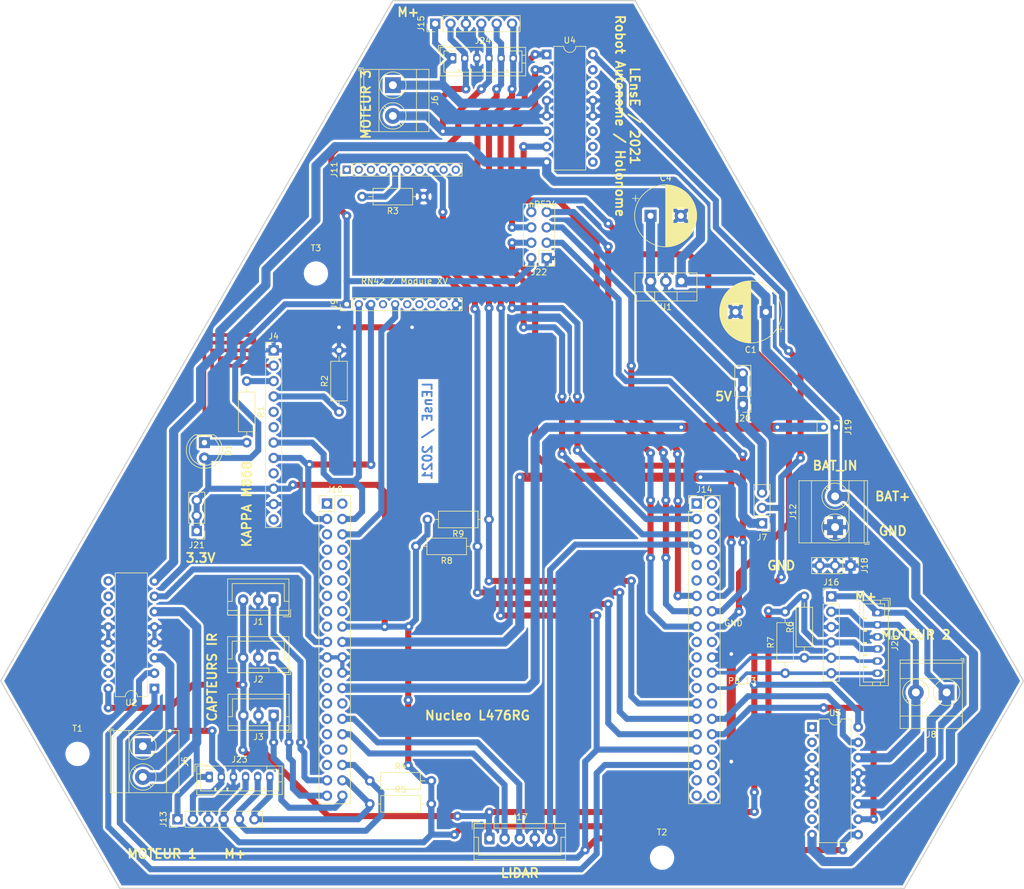
<source format=kicad_pcb>
(kicad_pcb (version 20240108) (generator "pcbnew") (generator_version "8.0")
  (layers (0 "F.Cu" signal) (31 "B.Cu" signal) (34 "B.Paste" user) (35 "F.Paste" user) (36 "B.SilkS" user "B.Silkscreen") (37 "F.SilkS" user "F.Silkscreen") (38 "B.Mask" user) (39 "F.Mask" user) (44 "Edge.Cuts" user))
  (net 0 "")
  (net 1 "5V")
  (net 2 "GND")
  (net 3 "VCapt1")
  (net 4 "VCapt2")
  (net 5 "VCapt3")
  (net 6 "RX")
  (net 7 "TX")
  (net 8 "VIN")
  (net 9 "3.3V")
  (net 10 "5V_REG")
  (net 11 "5V_NUC")
  (net 12 "Net-(J9-Pad9)")
  (net 13 "Net-(J9-Pad8)")
  (net 14 "Net-(J9-Pad7)")
  (net 15 "Net-(J9-Pad6)")
  (net 16 "RESET_N")
  (net 17 "Net-(J9-Pad4)")
  (net 18 "RX_4")
  (net 19 "TX_4")
  (net 20 "Net-(J10-Pad28)")
  (net 21 "GPIO2_STATUS")
  (net 22 "Net-(J10-Pad14)")
  (net 23 "Net-(J10-Pad13)")
  (net 24 "Net-(J10-Pad12)")
  (net 25 "Net-(J10-Pad11)")
  (net 26 "Net-(J10-Pad10)")
  (net 27 "Net-(J10-Pad9)")
  (net 28 "Net-(J10-Pad8)")
  (net 29 "Net-(J10-Pad7)")
  (net 30 "Net-(J10-Pad5)")
  (net 31 "Net-(J10-Pad2)")
  (net 32 "Net-(J10-Pad1)")
  (net 33 "Net-(J11-Pad1)")
  (net 34 "Net-(J11-Pad2)")
  (net 35 "Net-(J11-Pad3)")
  (net 36 "Net-(J11-Pad4)")
  (net 37 "Net-(J11-Pad5)")
  (net 38 "Net-(J11-Pad6)")
  (net 39 "Net-(J11-Pad7)")
  (net 40 "Net-(J11-Pad9)")
  (net 41 "Net-(J11-Pad10)")
  (net 42 "Net-(J14-Pad1)")
  (net 43 "Net-(J14-Pad2)")
  (net 44 "Net-(J14-Pad6)")
  (net 45 "Net-(J14-Pad8)")
  (net 46 "Net-(J14-Pad9)")
  (net 47 "Net-(J14-Pad10)")
  (net 48 "Net-(J14-Pad20)")
  (net 49 "Net-(J14-Pad23)")
  (net 50 "Net-(J14-Pad25)")
  (net 51 "Net-(J14-Pad28)")
  (net 52 "Net-(J14-Pad34)")
  (net 53 "Net-(J14-Pad36)")
  (net 54 "Net-(J14-Pad37)")
  (net 55 "Net-(J14-Pad38)")
  (net 56 "Net-(J14-Pad39)")
  (net 57 "Net-(J14-Pad40)")
  (net 58 "Net-(J10-Pad35)")
  (net 59 "Net-(J10-Pad33)")
  (net 60 "Net-(J10-Pad31)")
  (net 61 "Net-(J10-Pad29)")
  (net 62 "Net-(J10-Pad25)")
  (net 63 "Net-(J10-Pad23)")
  (net 64 "Net-(J10-Pad16)")
  (net 65 "Net-(J14-Pad12)")
  (net 66 "Net-(J14-Pad21)")
  (net 67 "Net-(J10-Pad17)")
  (net 68 "Net-(J14-Pad4)")
  (net 69 "Lidar_MOT")
  (net 70 "Net-(J10-Pad15)")
  (net 71 "Net-(J14-Pad11)")
  (net 72 "Net-(D1-Pad1)")
  (net 73 "Net-(J4-Pad2)")
  (net 74 "Net-(J4-Pad3)")
  (net 75 "Net-(J4-Pad4)")
  (net 76 "Net-(J4-Pad5)")
  (net 77 "Net-(J4-Pad6)")
  (net 78 "Net-(J4-Pad9)")
  (net 79 "Net-(J4-Pad12)")
  (net 80 "Net-(J10-Pad34)")
  (net 81 "EnaPower")
  (net 82 "Net-(U2-Pad9)")
  (net 83 "Mot1_D1")
  (net 84 "Net-(U2-Pad10)")
  (net 85 "Net-(U2-Pad11)")
  (net 86 "Net-(U2-Pad14)")
  (net 87 "Mot1_D2")
  (net 88 "Net-(U2-Pad15)")
  (net 89 "Mot2_D1")
  (net 90 "Mot2_D2")
  (net 91 "Net-(U4-Pad15)")
  (net 92 "Mot3_D2")
  (net 93 "Net-(U4-Pad14)")
  (net 94 "Net-(U4-Pad11)")
  (net 95 "Net-(U4-Pad10)")
  (net 96 "Mot3_D1")
  (net 97 "Net-(U4-Pad9)")
  (net 98 "Net-(J10-Pad27)")
  (net 99 "Net-(U3-Pad1)")
  (net 100 "Net-(U3-Pad2)")
  (net 101 "Net-(U3-Pad3)")
  (net 102 "Net-(U3-Pad6)")
  (net 103 "Net-(U3-Pad7)")
  (net 104 "M1_1")
  (net 105 "M1_2")
  (net 106 "M1_A")
  (net 107 "M1_B")
  (net 108 "M3_2")
  (net 109 "M3_1")
  (net 110 "M2_1")
  (net 111 "M2_2")
  (net 112 "M3_B")
  (net 113 "M3_A")
  (net 114 "M2_A")
  (net 115 "M2_B")
  (net 116 "nRF_SCK")
  (net 117 "nRF_CSN")
  (net 118 "nRF_MISO")
  (net 119 "nRF_CE")
  (net 120 "nRF_MOSI")
  (net 121 "nRF_IRQ")
  (net 122 "Net-(J14-Pad19)")
  (net 123 "NUC_VIN")
  (footprint "Connector_PinHeader_2.00mm:PinHeader_1x10_P2.00mm_Vertical" (layer "F.Cu") (at 71.755 73.66 90)
    (property "Reference" "J9")
    (property "Value" "RN42X-GAUCHE")
  )
  (footprint "Connector_PinHeader_2.00mm:PinHeader_1x10_P2.00mm_Vertical" (layer "F.Cu") (at 71.755 51.435 90)
    (property "Reference" "J11")
    (property "Value" "RN42X-DROITE")
  )
  (footprint "Connector_PinHeader_2.54mm:PinHeader_2x20_P2.54mm_Vertical" (layer "F.Cu") (at 68.500001 106.600001)
    (property "Reference" "J10")
    (property "Value" "Morpho_Gauche")
  )
  (footprint "Connector_PinHeader_2.54mm:PinHeader_2x20_P2.54mm_Vertical" (layer "F.Cu") (at 129.54 106.600001)
    (property "Reference" "J14")
    (property "Value" "Morpho_Droite")
  )
  (footprint "Capacitor_THT:CP_Radial_D10.0mm_P5.00mm" (layer "F.Cu") (at 140.97 74.93 180)
    (property "Reference" "C1")
    (property "Value" "10uF")
  )
  (footprint "Capacitor_THT:CP_Radial_D10.0mm_P5.00mm" (layer "F.Cu") (at 121.92 59.055)
    (property "Reference" "C4")
    (property "Value" "10uF")
  )
  (footprint "LED_THT:LED_D5.0mm_Clear" (layer "F.Cu") (at 48.26 96.52 -90)
    (property "Reference" "D1")
    (property "Value" "LED")
  )
  (footprint "Connector_PinHeader_2.54mm:PinHeader_1x12_P2.54mm_Vertical" (layer "F.Cu") (at 59.69 81.28)
    (property "Reference" "J4")
    (property "Value" "Kappa_M868")
  )
  (footprint "TerminalBlock_Phoenix:TerminalBlock_Phoenix_MKDS-3-2-5.08_1x02_P5.08mm_Horizontal" (layer "F.Cu") (at 38.1 146.685 -90)
    (property "Reference" "J5")
    (property "Value" "MOT_1")
  )
  (footprint "TerminalBlock_Phoenix:TerminalBlock_Phoenix_MKDS-3-2-5.08_1x02_P5.08mm_Horizontal" (layer "F.Cu") (at 79.375 37.465 -90)
    (property "Reference" "J6")
    (property "Value" "MOT_3")
  )
  (footprint "Connector_PinHeader_2.54mm:PinHeader_1x03_P2.54mm_Vertical" (layer "F.Cu") (at 140.335 109.855 180)
    (property "Reference" "J7")
    (property "Value" "5V_Select")
  )
  (footprint "TerminalBlock_Phoenix:TerminalBlock_Phoenix_MKDS-3-2-5.08_1x02_P5.08mm_Horizontal" (layer "F.Cu") (at 170.815 137.795 180)
    (property "Reference" "J8")
    (property "Value" "MOT_2")
  )
  (footprint "TerminalBlock_Phoenix:TerminalBlock_Phoenix_MKDS-3-2-5.08_1x02_P5.08mm_Horizontal" (layer "F.Cu") (at 152.4 110.49 90)
    (property "Reference" "J12")
    (property "Value" "BAT_IN")
  )
  (footprint "Connector_PinHeader_2.54mm:PinHeader_1x03_P2.54mm_Vertical" (layer "F.Cu") (at 154.94 116.84 -90)
    (property "Reference" "J18")
    (property "Value" "GND_reg")
  )
  (footprint "Connector_PinHeader_2.00mm:PinHeader_1x02_P2.00mm_Vertical" (layer "F.Cu") (at 152.495 93.98 -90)
    (property "Reference" "J19")
    (property "Value" "ExternalPower")
  )
  (footprint "Connector_PinHeader_2.54mm:PinHeader_1x03_P2.54mm_Vertical" (layer "F.Cu") (at 137.16 90.17 180)
    (property "Reference" "J20")
    (property "Value" "5V_reg")
  )
  (footprint "Connector_PinHeader_2.54mm:PinHeader_1x03_P2.54mm_Vertical" (layer "F.Cu") (at 46.99 111.125 180)
    (property "Reference" "J21")
    (property "Value" "3.3V_reg")
  )
  (footprint "Resistor_THT:R_Axial_DIN0207_L6.3mm_D2.5mm_P10.16mm_Horizontal" (layer "F.Cu") (at 55.245 86.36 -90)
    (property "Reference" "R1")
    (property "Value" "120")
  )
  (footprint "Resistor_THT:R_Axial_DIN0207_L6.3mm_D2.5mm_P10.16mm_Horizontal" (layer "F.Cu") (at 70.485 91.44 90)
    (property "Reference" "R2")
    (property "Value" "8.2k")
  )
  (footprint "Package_DIP:DIP-16_W7.62mm" (layer "F.Cu") (at 40.005 137.16 180)
    (property "Reference" "U2")
    (property "Value" "L293D")
  )
  (footprint "Package_DIP:DIP-16_W7.62mm" (layer "F.Cu") (at 148.59 143.51)
    (property "Reference" "U3")
    (property "Value" "L293D")
  )
  (footprint "Package_DIP:DIP-16_W7.62mm" (layer "F.Cu") (at 104.775 32.385)
    (property "Reference" "U4")
    (property "Value" "L293D")
  )
  (footprint "Connector_JST:JST_XH_B03B-XH-A_1x03_P2.50mm_Vertical" (layer "F.Cu") (at 59.65 122.555 180)
    (property "Reference" "J1")
    (property "Value" "Capt1")
  )
  (footprint "Connector_JST:JST_XH_B03B-XH-A_1x03_P2.50mm_Vertical" (layer "F.Cu") (at 59.65 132.08 180)
    (property "Reference" "J2")
    (property "Value" "Capt2")
  )
  (footprint "Connector_JST:JST_XH_B03B-XH-A_1x03_P2.50mm_Vertical" (layer "F.Cu") (at 59.69 141.605 180)
    (property "Reference" "J3")
    (property "Value" "Capt3")
  )
  (footprint "Connector_JST:JST_XH_B05B-XH-A_1x05_P2.50mm_Vertical" (layer "F.Cu") (at 95.33 161.925)
    (property "Reference" "J17")
    (property "Value" "RPLidar")
  )
  (footprint "Resistor_THT:R_Axial_DIN0207_L6.3mm_D2.5mm_P10.16mm_Horizontal" (layer "F.Cu") (at 84.455 55.88 180)
    (property "Reference" "R3")
    (property "Value" "1k")
  )
  (footprint "Resistor_THT:R_Axial_DIN0207_L6.3mm_D2.5mm_P10.16mm_Horizontal" (layer "F.Cu") (at 147.32 132.08 90)
    (property "Reference" "R6")
    (property "Value" "1k")
  )
  (footprint "Resistor_THT:R_Axial_DIN0207_L6.3mm_D2.5mm_P10.16mm_Horizontal" (layer "F.Cu") (at 144.145 134.62 90)
    (property "Reference" "R7")
    (property "Value" "1k")
  )
  (footprint "Resistor_THT:R_Axial_DIN0207_L6.3mm_D2.5mm_P10.16mm_Horizontal" (layer "F.Cu") (at 93.345 113.665 180)
    (property "Reference" "R8")
    (property "Value" "1k")
  )
  (footprint "Resistor_THT:R_Axial_DIN0207_L6.3mm_D2.5mm_P10.16mm_Horizontal" (layer "F.Cu") (at 95.25 109.22 180)
    (property "Reference" "R9")
    (property "Value" "1k")
  )
  (footprint "Connector_PinHeader_2.54mm:PinHeader_2x04_P2.54mm_Vertical" (layer "F.Cu") (at 104.775 66.04 180)
    (property "Reference" "J22")
    (property "Value" "Conn_02x04_Odd_Even")
  )
  (footprint "Connector_PinHeader_2.54mm:PinHeader_1x06_P2.54mm_Vertical" (layer "F.Cu") (at 43.815 158.75 90)
    (property "Reference" "J13")
    (property "Value" "Moteur1")
  )
  (footprint "Connector_PinHeader_2.54mm:PinHeader_1x06_P2.54mm_Vertical" (layer "F.Cu") (at 86.36 27.305 90)
    (property "Reference" "J15")
    (property "Value" "Moteur3")
  )
  (footprint "Connector_PinHeader_2.54mm:PinHeader_1x06_P2.54mm_Vertical" (layer "F.Cu") (at 151.765 121.92)
    (property "Reference" "J16")
    (property "Value" "Moteur2")
  )
  (footprint "Resistor_THT:R_Axial_DIN0207_L6.3mm_D2.5mm_P10.16mm_Horizontal" (layer "F.Cu") (at 75.565 152.4)
    (property "Reference" "R4")
    (property "Value" "1k")
  )
  (footprint "Resistor_THT:R_Axial_DIN0207_L6.3mm_D2.5mm_P10.16mm_Horizontal" (layer "F.Cu") (at 75.565 156.21)
    (property "Reference" "R5")
    (property "Value" "1k")
  )
  (footprint "Package_TO_SOT_THT:TO-220-3_Vertical" (layer "F.Cu") (at 127 69.85 180)
    (property "Reference" "U1")
    (property "Value" "L7805")
  )
  (footprint "Connector_JST:JST_PH_B6B-PH-K_1x06_P2.00mm_Vertical" (layer "F.Cu") (at 49.055 151.765)
    (property "Reference" "J23")
    (property "Value" "Moteur1bis")
  )
  (footprint "Connector_JST:JST_PH_B6B-PH-K_1x06_P2.00mm_Vertical" (layer "F.Cu") (at 89.25 33.02)
    (property "Reference" "J24")
    (property "Value" "Moteur1bis")
  )
  (footprint "Connector_JST:JST_PH_B6B-PH-K_1x06_P2.00mm_Vertical" (layer "F.Cu") (at 159.385 124.62 -90)
    (property "Reference" "J25")
    (property "Value" "Moteur2bis")
  )
  (footprint "MountingHole:MountingHole_3.2mm_M3" (layer "F.Cu") (at 123.825 165.1)
    (property "Reference" "T2")
    (property "Value" "MountingHole_3.2mm_M3")
  )
  (footprint "MountingHole:MountingHole_3.2mm_M3" (layer "F.Cu") (at 66.675 68.58)
    (property "Reference" "T3")
    (property "Value" "MountingHole_3.2mm_M3")
  )
  (footprint "MountingHole:MountingHole_3.2mm_M3" (layer "F.Cu") (at 27.305 147.955)
    (property "Reference" "T1")
    (property "Value" "MountingHole_3.2mm_M3")
  )
  (gr_line (start 79.375 23.495) (end 119.38 23.495) (stroke (width 0.2)) (layer "Edge.Cuts"))
  (gr_line (start 34.29 170.18) (end 163.83 170.18) (stroke (width 0.2)) (layer "Edge.Cuts"))
  (gr_line (start 183.515 135.89) (end 119.38 23.495) (stroke (width 0.2)) (layer "Edge.Cuts"))
  (gr_line (start 79.375 23.495) (end 14.605 135.89) (stroke (width 0.2)) (layer "Edge.Cuts"))
  (gr_line (start 163.83 170.18) (end 183.515 135.89) (stroke (width 0.2)) (layer "Edge.Cuts"))
  (gr_line (start 14.605 135.89) (end 34.29 170.18) (stroke (width 0.2)) (layer "Edge.Cuts"))
  (gr_text "LEnsE / 2021" (at 85.09 94.615 90) (layer "B.Cu") (effects (font (size 1.5 1.5) (thickness 0.3)) (justify mirror)))
  (gr_text "GND" (at 133.985 126.365 0) (layer "F.SilkS") (effects (font (size 1 1)) (justify left)))
  (gr_text "5V" (at 133.985 88.9 0) (layer "F.SilkS") (effects (font (size 1.5 1.5) (thickness 0.3))))
  (gr_text "MOTEUR 2" (at 165.735 128.27 0) (layer "F.SilkS") (effects (font (size 1.5 1.5) (thickness 0.3))))
  (gr_text "BAT+" (at 161.925 105.41 0) (layer "F.SilkS") (effects (font (size 1.5 1.5) (thickness 0.3))))
  (gr_text "MOTEUR 1" (at 41.275 164.465 0) (layer "F.SilkS") (effects (font (size 1.5 1.5) (thickness 0.3))))
  (gr_text "LIDAR" (at 100.33 167.64 0) (layer "F.SilkS") (effects (font (size 1.5 1.5) (thickness 0.3))))
  (gr_text "KAPPA M868" (at 55.245 106.68 90) (layer "F.SilkS") (effects (font (size 1.5 1.5) (thickness 0.3))))
  (gr_text "PB_13" (at 134.62 135.89 0) (layer "F.SilkS") (effects (font (size 1 1)) (justify left)))
  (gr_text "RN42 / Module XV" (at 81.28 69.85 0) (layer "F.SilkS") (effects (font (size 1 1))))
  (gr_text "M+" (at 53.34 164.465 0) (layer "F.SilkS") (effects (font (size 1.5 1.5) (thickness 0.3))))
  (gr_text "MOTEUR 3" (at 74.93 40.64 90) (layer "F.SilkS") (effects (font (size 1.5 1.5) (thickness 0.3))))
  (gr_text "BAT_IN" (at 152.4 100.33 0) (layer "F.SilkS") (effects (font (size 1.5 1.5) (thickness 0.3))))
  (gr_text "nRF24" (at 104.14 57.15 0) (layer "F.SilkS") (effects (font (size 1 1))))
  (gr_text "CAPTEURS IR" (at 49.53 135.255 90) (layer "F.SilkS") (effects (font (size 1.5 1.5) (thickness 0.3))))
  (gr_text "GND" (at 143.51 116.84 0) (layer "F.SilkS") (effects (font (size 1.5 1.5) (thickness 0.3))))
  (gr_text "Nucleo L476RG" (at 93.345 141.605 0) (layer "F.SilkS") (effects (font (size 1.5 1.5) (thickness 0.3))))
  (gr_text "LEnsE / 2021\nRobot Autonome / Holonome" (at 118.11 42.545 270) (layer "F.SilkS") (effects (font (size 1.5 1.5) (thickness 0.3))))
  (gr_text "M+" (at 81.915 25.4 0) (layer "F.SilkS") (effects (font (size 1.5 1.5) (thickness 0.3))))
  (gr_text "M+" (at 157.48 121.92 0) (layer "F.SilkS") (effects (font (size 1.5 1.5) (thickness 0.3))))
  (gr_text "3.3V" (at 47.625 115.57 0) (layer "F.SilkS") (effects (font (size 1.5 1.5) (thickness 0.3))))
  (gr_text "GND" (at 161.925 111.125 0) (layer "F.SilkS") (effects (font (size 1.5 1.5) (thickness 0.3))))
  (segment (start 139.065 136.525) (end 139.065 123.19) (width 1) (layer "F.Cu") (net 1))
  (segment (start 139.065 123.19) (end 142.760001 119.494999) (width 1) (layer "F.Cu") (net 1))
  (segment (start 95.33 157.56) (end 138.985 157.56) (width 1) (layer "F.Cu") (net 1))
  (segment (start 142.760001 119.494999) (end 143.51 118.745) (width 1) (layer "F.Cu") (net 1))
  (segment (start 55.359999 148.069999) (end 54.61 147.32) (width 1) (layer "F.Cu") (net 1))
  (segment (start 144.712089 81.347911) (end 146.685 83.320822) (width 1) (layer "F.Cu") (net 1))
  (segment (start 46.355 136.525) (end 54.609996 136.525) (width 1) (layer "F.Cu") (net 1))
  (segment (start 90.055001 158.229999) (end 68.694999 158.229999) (width 1) (layer "F.Cu") (net 1))
  (segment (start 54.609996 136.525) (end 54.61 136.525004) (width 1) (layer "F.Cu") (net 1))
  (segment (start 68.694999 158.229999) (end 58.534999 148.069999) (width 1) (layer "F.Cu") (net 1))
  (segment (start 146.685 97.560002) (end 146.685 99.06) (width 1) (layer "F.Cu") (net 1))
  (segment (start 58.534999 148.069999) (end 55.359999 148.069999) (width 1) (layer "F.Cu") (net 1))
  (segment (start 42.545 140.335) (end 46.355 136.525) (width 1) (layer "F.Cu") (net 1))
  (segment (start 138.985 157.56) (end 139.065 157.48) (width 1) (layer "F.Cu") (net 1))
  (segment (start 139.065 154.305) (end 139.065 136.525) (width 1) (layer "F.Cu") (net 1))
  (segment (start 146.685 83.320822) (end 146.685 97.560002) (width 1) (layer "F.Cu") (net 1))
  (segment (start 32.384994 140.335) (end 42.545 140.335) (width 1) (layer "F.Cu") (net 1))
  (via (at 32.384994 140.335) (size 1.5) (drill 0.6) (layers "F.Cu" "B.Cu") (net 1))
  (via (at 139.065 157.48) (size 1.5) (drill 0.6) (layers "F.Cu" "B.Cu") (net 1))
  (via (at 144.712089 81.347911) (size 1.5) (drill 0.6) (layers "F.Cu" "B.Cu") (net 1))
  (via (at 54.61 136.525004) (size 1.5) (drill 0.6) (layers "F.Cu" "B.Cu") (net 1))
  (via (at 146.685 99.06) (size 1.5) (drill 0.6) (layers "F.Cu" "B.Cu") (net 1))
  (via (at 90.055001 158.229999) (size 1.5) (drill 0.6) (layers "F.Cu" "B.Cu") (net 1))
  (via (at 143.51 118.745) (size 1.5) (drill 0.6) (layers "F.Cu" "B.Cu") (net 1))
  (via (at 139.065 136.525) (size 1.5) (drill 0.6) (layers "F.Cu" "B.Cu") (net 1))
  (via (at 54.61 147.32) (size 1.5) (drill 0.6) (layers "F.Cu" "B.Cu") (net 1))
  (via (at 95.33 157.56) (size 1.5) (drill 0.6) (layers "F.Cu" "B.Cu") (net 1))
  (via (at 139.065 154.305) (size 1.5) (drill 0.6) (layers "F.Cu" "B.Cu") (net 1))
  (segment (start 54.65 136.485004) (end 54.61 136.525004) (width 1) (layer "B.Cu") (net 1))
  (segment (start 54.69 136.605004) (end 54.61 136.525004) (width 1) (layer "B.Cu") (net 1))
  (segment (start 139.065 157.48) (end 139.065 154.305) (width 1) (layer "B.Cu") (net 1))
  (segment (start 143.51 117.68434) (end 143.51 118.745) (width 1) (layer "B.Cu") (net 1))
  (segment (start 143.51 107.315) (end 143.51 102.235) (width 1) (layer "B.Cu") (net 1))
  (segment (start 54.69 147.36) (end 54.65 147.36) (width 1) (layer "B.Cu") (net 1))
  (segment (start 90.055001 158.229999) (end 94.660001 158.229999) (width 1) (layer "B.Cu") (net 1))
  (segment (start 156.21 140.97) (end 151.765 136.525) (width 1) (layer "B.Cu") (net 1))
  (segment (start 32.385 140.334994) (end 32.384994 140.335) (width 1) (layer "B.Cu") (net 1))
  (segment (start 95.25 161.845) (end 95.25 160.655) (width 1) (layer "B.Cu") (net 1))
  (segment (start 143.51 107.315) (end 143.51 117.68434) (width 1) (layer "B.Cu") (net 1))
  (segment (start 151.765 136.525) (end 139.065 136.525) (width 1) (layer "B.Cu") (net 1))
  (segment (start 140.335 107.315) (end 143.51 107.315) (width 1) (layer "B.Cu") (net 1))
  (segment (start 54.65 132.08) (end 54.65 136.485004) (width 1) (layer "B.Cu") (net 1))
  (segment (start 143.51 102.235) (end 145.935001 99.809999) (width 1) (layer "B.Cu") (net 1))
  (segment (start 94.660001 158.229999) (end 95.33 157.56) (width 1) (layer "B.Cu") (net 1))
  (segment (start 117.475 37.465) (end 117.475 41.275) (width 1) (layer "B.Cu") (net 1))
  (segment (start 95.25 161.845) (end 95.25 158.195) (width 1) (layer "B.Cu") (net 1))
  (segment (start 54.69 147.28) (end 54.69 141.605) (width 1) (layer "B.Cu") (net 1))
  (segment (start 54.69 141.605) (end 54.69 136.605004) (width 1) (layer "B.Cu") (net 1))
  (segment (start 54.65 147.36) (end 54.61 147.32) (width 1) (layer "B.Cu") (net 1))
  (segment (start 143.96209 80.597912) (end 144.712089 81.347911) (width 1) (layer "B.Cu") (net 1))
  (segment (start 95.25 158.195) (end 95.33 158.115) (width 1) (layer "B.Cu") (net 1))
  (segment (start 117.475 41.275) (end 132.715 56.515) (width 1) (layer "B.Cu") (net 1))
  (segment (start 143.64459 71.88959) (end 143.64459 80.280412) (width 1) (layer "B.Cu") (net 1))
  (segment (start 132.715 56.515) (end 132.715 60.96) (width 1) (layer "B.Cu") (net 1))
  (segment (start 32.385 137.16) (end 32.385 140.334994) (width 1) (layer "B.Cu") (net 1))
  (segment (start 143.64459 80.280412) (end 143.96209 80.597912) (width 1) (layer "B.Cu") (net 1))
  (segment (start 95.33 161.925) (end 95.25 161.845) (width 1) (layer "B.Cu") (net 1))
  (segment (start 54.65 132.08) (end 54.65 122.555) (width 1) (layer "B.Cu") (net 1))
  (segment (start 112.395 32.385) (end 117.475 37.465) (width 1) (layer "B.Cu") (net 1))
  (segment (start 132.715 60.96) (end 143.64459 71.88959) (width 1) (layer "B.Cu") (net 1))
  (segment (start 156.21 143.51) (end 156.21 140.97) (width 1) (layer "B.Cu") (net 1))
  (segment (start 95.33 158.115) (end 95.33 157.56) (width 1) (layer "B.Cu") (net 1))
  (segment (start 145.935001 99.809999) (end 146.685 99.06) (width 1) (layer "B.Cu") (net 1))
  (segment (start 82.55 77.47) (end 70.485 77.47) (width 1) (layer "F.Cu") (net 2))
  (segment (start 135.255 131.445) (end 135.255 149.225) (width 1.5) (layer "F.Cu") (net 2))
  (via (at 70.485 77.47) (size 1.5) (drill 0.6) (layers "F.Cu" "B.Cu") (net 2))
  (via (at 135.255 131.445) (size 1.5) (drill 0.6) (layers "F.Cu" "B.Cu") (net 2))
  (via (at 135.255 149.225) (size 1.5) (drill 0.6) (layers "F.Cu" "B.Cu") (net 2))
  (via (at 82.55 77.47) (size 1.5) (drill 0.6) (layers "F.Cu" "B.Cu") (net 2))
  (via (at 135.255 149.225) (size 1.5) (drill 0.6) (layers "F.Cu" "B.Cu") (net 2))
  (segment (start 86.899594 77.47) (end 82.55 77.47) (width 1) (layer "B.Cu") (net 2))
  (segment (start 132.08 132.000001) (end 133.282081 132.000001) (width 1.5) (layer "B.Cu") (net 2))
  (segment (start 89.755 74.614594) (end 86.899594 77.47) (width 1) (layer "B.Cu") (net 2))
  (segment (start 133.837082 131.445) (end 135.255 131.445) (width 1.5) (layer "B.Cu") (net 2))
  (segment (start 148.59 110.49) (end 148.59 97.79) (width 1) (layer "B.Cu") (net 2))
  (segment (start 133.282081 132.000001) (end 133.837082 131.445) (width 1.5) (layer "B.Cu") (net 2))
  (segment (start 89.755 73.66) (end 89.755 74.614594) (width 1) (layer "B.Cu") (net 2))
  (segment (start 152.4 110.49) (end 148.59 110.49) (width 1) (layer "B.Cu") (net 2))
  (via (at 64.135 146.05) (size 1.5) (drill 0.6) (layers "F.Cu" "B.Cu") (net 3))
  (segment (start 65.325001 152.320001) (end 64.77 151.765) (width 1) (layer "B.Cu") (net 3))
  (segment (start 59.69 122.595) (end 59.69 128.27) (width 1) (layer "B.Cu") (net 3))
  (segment (start 64.77 147.74566) (end 64.135 147.11066) (width 1) (layer "B.Cu") (net 3))
  (segment (start 64.135 147.11066) (end 64.135 146.05) (width 1) (layer "B.Cu") (net 3))
  (segment (start 64.135 144.98934) (end 64.135 146.05) (width 1) (layer "B.Cu") (net 3))
  (segment (start 59.65 122.555) (end 59.69 122.595) (width 1) (layer "B.Cu") (net 3))
  (segment (start 68.500001 152.320001) (end 65.325001 152.320001) (width 1) (layer "B.Cu") (net 3))
  (segment (start 64.77 151.765) (end 64.77 147.74566) (width 1) (layer "B.Cu") (net 3))
  (segment (start 64.135 132.715) (end 64.135 144.98934) (width 1) (layer "B.Cu") (net 3))
  (segment (start 59.69 128.27) (end 64.135 132.715) (width 1) (layer "B.Cu") (net 3))
  (via (at 62.23 146.05) (size 1.5) (drill 0.6) (layers "F.Cu" "B.Cu") (net 4))
  (segment (start 62.23 144.98934) (end 62.23 146.05) (width 1) (layer "B.Cu") (net 4))
  (segment (start 64.055001 154.860001) (end 62.865 153.67) (width 1) (layer "B.Cu") (net 4))
  (segment (start 62.23 134.66) (end 62.23 144.98934) (width 1) (layer "B.Cu") (net 4))
  (segment (start 59.65 132.08) (end 62.23 134.66) (width 1) (layer "B.Cu") (net 4))
  (segment (start 62.865 153.67) (end 62.865 149.225) (width 1) (layer "B.Cu") (net 4))
  (segment (start 68.500001 154.860001) (end 64.055001 154.860001) (width 1) (layer "B.Cu") (net 4))
  (segment (start 62.865 149.225) (end 62.23 148.59) (width 1) (layer "B.Cu") (net 4))
  (segment (start 62.23 148.59) (end 62.23 146.05) (width 1) (layer "B.Cu") (net 4))
  (via (at 59.69 146.05) (size 1.5) (drill 0.6) (layers "F.Cu" "B.Cu") (net 5))
  (segment (start 60.96 155.575) (end 60.96 149.86) (width 1) (layer "B.Cu") (net 5))
  (segment (start 59.69 141.605) (end 59.69 146.05) (width 1) (layer "B.Cu") (net 5))
  (segment (start 69.85 156.845) (end 62.23 156.845) (width 1) (layer "B.Cu") (net 5))
  (segment (start 71.040001 154.860001) (end 71.040001 155.654999) (width 1) (layer "B.Cu") (net 5))
  (segment (start 62.23 156.845) (end 60.96 155.575) (width 1) (layer "B.Cu") (net 5))
  (segment (start 71.040001 155.654999) (end 69.85 156.845) (width 1) (layer "B.Cu") (net 5))
  (segment (start 60.96 149.86) (end 59.69 148.59) (width 1) (layer "B.Cu") (net 5))
  (segment (start 59.69 148.59) (end 59.69 146.05) (width 1) (layer "B.Cu") (net 5))
  (segment (start 73.755 73.66) (end 73.755 102.14) (width 1) (layer "B.Cu") (net 6))
  (segment (start 67.945 101.6) (end 69.215 102.87) (width 1) (layer "B.Cu") (net 6))
  (segment (start 73.025 102.87) (end 74.295 104.14) (width 1) (layer "B.Cu") (net 6))
  (segment (start 69.215 102.87) (end 73.025 102.87) (width 1) (layer "B.Cu") (net 6))
  (segment (start 67.945 98.425) (end 67.945 101.6) (width 1) (layer "B.Cu") (net 6))
  (segment (start 59.69 96.52) (end 66.04 96.52) (width 1) (layer "B.Cu") (net 6))
  (segment (start 66.04 96.52) (end 67.945 98.425) (width 1) (layer "B.Cu") (net 6))
  (segment (start 73.104999 109.140001) (end 71.040001 109.140001) (width 1) (layer "B.Cu") (net 6))
  (segment (start 73.755 102.14) (end 73.025 102.87) (width 1) (layer "B.Cu") (net 6))
  (segment (start 74.295 107.95) (end 73.104999 109.140001) (width 1) (layer "B.Cu") (net 6))
  (segment (start 74.295 104.14) (end 74.295 107.95) (width 1) (layer "B.Cu") (net 6))
  (segment (start 75.755 100.140006) (end 65.594994 100.140006) (width 1) (layer "F.Cu") (net 7))
  (via (at 65.594994 100.140006) (size 1.5) (drill 0.6) (layers "F.Cu" "B.Cu") (net 7))
  (via (at 75.755 100.140006) (size 1.5) (drill 0.6) (layers "F.Cu" "B.Cu") (net 7))
  (segment (start 75.565 73.85) (end 75.755 73.66) (width 1.5) (layer "B.Cu") (net 7))
  (segment (start 65.405 107.95) (end 66.595001 109.140001) (width 1) (layer "B.Cu") (net 7))
  (segment (start 65.405 100.33) (end 65.405 107.95) (width 1) (layer "B.Cu") (net 7))
  (segment (start 64.135 99.06) (end 65.405 100.33) (width 1) (layer "B.Cu") (net 7))
  (segment (start 59.69 99.06) (end 64.135 99.06) (width 1) (layer "B.Cu") (net 7))
  (segment (start 75.755 73.66) (end 75.755 100.140006) (width 1) (layer "B.Cu") (net 7))
  (segment (start 66.595001 109.140001) (end 68.500001 109.140001) (width 1) (layer "B.Cu") (net 7))
  (segment (start 104.775 52.07) (end 106.045 53.34) (width 1.5) (layer "B.Cu") (net 8))
  (segment (start 104.775 50.165) (end 104.775 52.07) (width 1.5) (layer "B.Cu") (net 8))
  (segment (start 127 66.04) (end 127 69.85) (width 1.5) (layer "B.Cu") (net 8))
  (segment (start 47.625 84.455) (end 50.8 81.28) (width 1.5) (layer "B.Cu") (net 8))
  (segment (start 125.73 53.34) (end 130.175 57.785) (width 1.5) (layer "B.Cu") (net 8))
  (segment (start 130.175 62.865) (end 127 66.04) (width 1.5) (layer "B.Cu") (net 8))
  (segment (start 43.18 94.615) (end 47.625 90.17) (width 1.5) (layer "B.Cu") (net 8))
  (segment (start 140.97 74.93) (end 140.97 72.39) (width 1.5) (layer "B.Cu") (net 8))
  (segment (start 92.075 47.625) (end 94.615 50.165) (width 1.5) (layer "B.Cu") (net 8))
  (segment (start 140.97 72.39) (end 140.93 72.39) (width 1.5) (layer "B.Cu") (net 8))
  (segment (start 140.93 72.39) (end 138.39 69.85) (width 1.5) (layer "B.Cu") (net 8))
  (segment (start 130.175 57.785) (end 130.175 62.865) (width 1.5) (layer "B.Cu") (net 8))
  (segment (start 66.675 59.69) (end 66.675 50.8) (width 1.5) (layer "B.Cu") (net 8))
  (segment (start 69.85 47.625) (end 92.075 47.625) (width 1.5) (layer "B.Cu") (net 8))
  (segment (start 154.305 105.41) (end 152.4 105.41) (width 1.5) (layer "B.Cu") (net 8))
  (segment (start 165.735 116.84) (end 154.305 105.41) (width 1.5) (layer "B.Cu") (net 8))
  (segment (start 40.005 119.38) (end 43.18 116.205) (width 1.5) (layer "B.Cu") (net 8))
  (segment (start 50.8 78.105) (end 58.42 70.485) (width 1.5) (layer "B.Cu") (net 8))
  (segment (start 165.735 121.92) (end 165.735 116.84) (width 1.5) (layer "B.Cu") (net 8))
  (segment (start 171.45 144.145) (end 175.26 140.335) (width 1.5) (layer "B.Cu") (net 8))
  (segment (start 148.59 161.29) (end 148.59 163.83) (width 1.5) (layer "B.Cu") (net 8))
  (segment (start 58.42 67.945) (end 66.675 59.69) (width 1.5) (layer "B.Cu") (net 8))
  (segment (start 47.625 90.17) (end 47.625 84.455) (width 1.5) (layer "B.Cu") (net 8))
  (segment (start 175.26 131.445) (end 165.735 121.92) (width 1.5) (layer "B.Cu") (net 8))
  (segment (start 66.675 50.8) (end 69.85 47.625) (width 1.5) (layer "B.Cu") (net 8))
  (segment (start 94.615 50.165) (end 104.775 50.165) (width 1.5) (layer "B.Cu") (net 8))
  (segment (start 150.495 165.735) (end 154.94 165.735) (width 1.5) (layer "B.Cu") (net 8))
  (segment (start 154.94 165.735) (end 171.45 149.225) (width 1.5) (layer "B.Cu") (net 8))
  (segment (start 50.8 81.28) (end 50.8 78.105) (width 1.5) (layer "B.Cu") (net 8))
  (segment (start 148.59 163.83) (end 150.495 165.735) (width 1.5) (layer "B.Cu") (net 8))
  (segment (start 171.45 149.225) (end 171.45 144.145) (width 1.5) (layer "B.Cu") (net 8))
  (segment (start 152.4 92.71) (end 140.97 81.28) (width 1.5) (layer "B.Cu") (net 8))
  (segment (start 58.42 70.485) (end 58.42 67.945) (width 1.5) (layer "B.Cu") (net 8))
  (segment (start 175.26 140.335) (end 175.26 131.445) (width 1.5) (layer "B.Cu") (net 8))
  (segment (start 152.4 105.41) (end 152.4 92.71) (width 1.5) (layer "B.Cu") (net 8))
  (segment (start 127 69.85) (end 138.39 69.85) (width 1.5) (layer "B.Cu") (net 8))
  (segment (start 106.045 53.34) (end 125.73 53.34) (width 1.5) (layer "B.Cu") (net 8))
  (segment (start 43.18 116.205) (end 43.18 94.615) (width 1.5) (layer "B.Cu") (net 8))
  (segment (start 140.97 81.28) (end 140.97 74.93) (width 1.5) (layer "B.Cu") (net 8))
  (segment (start 81.915 138.43) (end 81.915 127) (width 1) (layer "F.Cu") (net 9))
  (segment (start 76.835 103.505) (end 62.865 103.505) (width 1) (layer "F.Cu") (net 9))
  (segment (start 140.449999 159.905001) (end 141.394272 158.960728) (width 1) (layer "F.Cu") (net 9))
  (segment (start 78.025001 126.920001) (end 78.025001 125.859341) (width 1) (layer "F.Cu") (net 9))
  (segment (start 69.215 56.515) (end 69.215 48.895) (width 1) (layer "F.Cu") (net 9))
  (segment (start 71.005001 58.304977) (end 71.004977 58.304977) (width 1) (layer "F.Cu") (net 9))
  (segment (start 88.265 47.625) (end 90.17 45.72) (width 1) (layer "F.Cu") (net 9))
  (segment (start 81.915 127) (end 81.994999 126.920001) (width 1) (layer "F.Cu") (net 9))
  (segment (start 78.105 125.779342) (end 78.105 108.585) (width 1) (layer "F.Cu") (net 9))
  (segment (start 70.485 47.625) (end 88.265 47.625) (width 1) (layer "F.Cu") (net 9))
  (segment (start 90.919999 159.905001) (end 140.449999 159.905001) (width 1) (layer "F.Cu") (net 9))
  (segment (start 76.835 103.505) (end 78.105 104.775) (width 1) (layer "F.Cu") (net 9))
  (segment (start 71.004977 58.304977) (end 69.215 56.515) (width 1) (layer "F.Cu") (net 9))
  (segment (start 90.17 45.72) (end 90.17 41.91) (width 1) (layer "F.Cu") (net 9))
  (segment (start 90.17 41.91) (end 93.98 38.1) (width 1) (layer "F.Cu") (net 9))
  (segment (start 78.105 104.775) (end 78.105 108.585) (width 1) (layer "F.Cu") (net 9))
  (segment (start 71.755 59.054976) (end 71.005001 58.304977) (width 1) (layer "F.Cu") (net 9))
  (segment (start 141.394272 158.960728) (end 141.394272 124.320419) (width 1) (layer "F.Cu") (net 9))
  (segment (start 89.535 161.29) (end 90.919999 159.905001) (width 1) (layer "F.Cu") (net 9))
  (segment (start 69.215 48.895) (end 70.485 47.625) (width 1) (layer "F.Cu") (net 9))
  (segment (start 81.915 149.86) (end 81.915 139.065) (width 1) (layer "F.Cu") (net 9))
  (segment (start 78.025001 125.859341) (end 78.105 125.779342) (width 1) (layer "F.Cu") (net 9))
  (via (at 93.98 38.1) (size 1.5) (drill 0.6) (layers "F.Cu" "B.Cu") (net 9))
  (via (at 78.025001 126.920001) (size 1.5) (drill 0.6) (layers "F.Cu" "B.Cu") (net 9))
  (via (at 81.915 149.86) (size 1.5) (drill 0.6) (layers "F.Cu" "B.Cu") (net 9))
  (via (at 71.755 59.054976) (size 1.5) (drill 0.6) (layers "F.Cu" "B.Cu") (net 9))
  (via (at 81.994999 126.920001) (size 1.5) (drill 0.6) (layers "F.Cu" "B.Cu") (net 9))
  (via (at 81.915 139.065) (size 1.5) (drill 0.6) (layers "F.Cu" "B.Cu") (net 9))
  (via (at 141.394272 124.320419) (size 1.5) (drill 0.6) (layers "F.Cu" "B.Cu") (net 9))
  (via (at 89.535 161.29) (size 1.5) (drill 0.6) (layers "F.Cu" "B.Cu") (net 9))
  (via (at 62.865 103.505) (size 1.5) (drill 0.6) (layers "F.Cu" "B.Cu") (net 9))
  (segment (start 54.61 82.55) (end 54.61 80.645) (width 1) (layer "B.Cu") (net 9))
  (segment (start 85.725 158.115) (end 85.725 152.4) (width 1) (layer "B.Cu") (net 9))
  (segment (start 95.25 30.48) (end 95.25 33.02) (width 1) (layer "B.Cu") (net 9))
  (segment (start 57.785 104.14) (end 60.96 104.14) (width 1) (layer "B.Cu") (net 9))
  (segment (start 95.25 36.83) (end 93.98 38.1) (width 1) (layer "B.Cu") (net 9))
  (segment (start 53.975 162.56) (end 51.435 160.02) (width 1) (layer "B.Cu") (net 9))
  (segment (start 60.96 104.14) (end 62.23 104.14) (width 1) (layer "B.Cu") (net 9))
  (segment (start 84.455 162.56) (end 53.975 162.56) (width 1) (layer "B.Cu") (net 9))
  (segment (start 147.32 121.92) (end 147.32 127.635) (width 1) (layer "B.Cu") (net 9))
  (segment (start 144.145 124.46) (end 146.685 121.92) (width 1) (layer "B.Cu") (net 9))
  (segment (start 156.655 130.62) (end 159.385 130.62) (width 1) (layer "B.Cu") (net 9))
  (segment (start 53.34 83.82) (end 54.61 82.55) (width 1) (layer "B.Cu") (net 9))
  (segment (start 95.25 32.385) (end 95.25 32.11) (width 0.6) (layer "B.Cu") (net 9))
  (segment (start 85.725 158.115) (end 85.725 156.21) (width 1) (layer "B.Cu") (net 9))
  (segment (start 57.15 97.79) (end 57.15 93.345) (width 1) (layer "B.Cu") (net 9))
  (segment (start 85.725 161.29) (end 85.725 158.115) (width 1) (layer "B.Cu") (net 9))
  (segment (start 51.435 158.75) (end 51.435 157.48) (width 1) (layer "B.Cu") (net 9))
  (segment (start 84.455 152.4) (end 81.915 149.86) (width 1) (layer "B.Cu") (net 9))
  (segment (start 51.435 160.02) (end 51.435 158.75) (width 1) (layer "B.Cu") (net 9))
  (segment (start 54.61 80.645) (end 61.595 73.66) (width 1) (layer "B.Cu") (net 9))
  (segment (start 55.88 99.06) (end 57.15 97.79) (width 1) (layer "B.Cu") (net 9))
  (segment (start 48.26 104.775) (end 48.895 104.14) (width 1) (layer "B.Cu") (net 9))
  (segment (start 53.34 89.535) (end 53.34 83.82) (width 1) (layer "B.Cu") (net 9))
  (segment (start 48.895 104.14) (end 57.785 104.14) (width 1) (layer "B.Cu") (net 9))
  (segment (start 48.895 99.695) (end 48.895 104.14) (width 1) (layer "B.Cu") (net 9))
  (segment (start 99.695 69.85) (end 71.755 69.85) (width 1) (layer "B.Cu") (net 9))
  (segment (start 48.26 99.06) (end 48.895 99.695) (width 1) (layer "B.Cu") (net 9))
  (segment (start 144.145 124.46) (end 141.533853 124.46) (width 1) (layer "B.Cu") (net 9))
  (segment (start 85.09 111.76) (end 85.09 109.22) (width 1) (layer "B.Cu") (net 9))
  (segment (start 149.225 129.54) (end 155.575 129.54) (width 1) (layer "B.Cu") (net 9))
  (segment (start 85.725 156.21) (end 85.725 161.29) (width 1) (layer "B.Cu") (net 9))
  (segment (start 61.595 73.66) (end 71.755 73.66) (width 1) (layer "B.Cu") (net 9))
  (segment (start 147.32 127.635) (end 149.225 129.54) (width 1) (layer "B.Cu") (net 9))
  (segment (start 71.755 73.66) (end 71.755 69.85) (width 1) (layer "B.Cu") (net 9))
  (segment (start 93.98 29.21) (end 95.25 30.48) (width 1) (layer "B.Cu") (net 9))
  (segment (start 78.025001 126.920001) (end 81.994999 126.920001) (width 1) (layer "B.Cu") (net 9))
  (segment (start 85.725 161.29) (end 84.455 162.56) (width 1) (layer "B.Cu") (net 9))
  (segment (start 81.994999 126.920001) (end 83.185 125.73) (width 1) (layer "B.Cu") (net 9))
  (segment (start 102.235 67.31) (end 99.695 69.85) (width 1) (layer "B.Cu") (net 9))
  (segment (start 57.15 93.345) (end 53.34 89.535) (width 1) (layer "B.Cu") (net 9))
  (segment (start 85.725 161.29) (end 89.535 161.29) (width 1) (layer "B.Cu") (net 9))
  (segment (start 85.725 152.4) (end 84.455 152.4) (width 1) (layer "B.Cu") (net 9))
  (segment (start 62.23 104.14) (end 62.865 103.505) (width 1) (layer "B.Cu") (net 9))
  (segment (start 71.755 69.85) (end 71.755 59.054976) (width 1) (layer "B.Cu") (net 9))
  (segment (start 46.99 108.585) (end 46.99 111.125) (width 1) (layer "B.Cu") (net 9))
  (segment (start 141.533853 124.46) (end 141.394272 124.320419) (width 1) (layer "B.Cu") (net 9))
  (segment (start 48.26 99.06) (end 55.88 99.06) (width 1) (layer "B.Cu") (net 9))
  (segment (start 155.575 129.54) (end 156.655 130.62) (width 1) (layer "B.Cu") (net 9))
  (segment (start 95.25 33.02) (end 95.25 36.83) (width 1) (layer "B.Cu") (net 9))
  (segment (start 102.235 66.04) (end 102.235 67.31) (width 1) (layer "B.Cu") (net 9))
  (segment (start 71.040001 126.920001) (end 78.025001 126.920001) (width 1) (layer "B.Cu") (net 9))
  (segment (start 83.185 113.665) (end 85.09 111.76) (width 1) (layer "B.Cu") (net 9))
  (segment (start 46.99 106.045) (end 46.99 108.585) (width 1) (layer "B.Cu") (net 9))
  (segment (start 48.26 104.775) (end 46.99 106.045) (width 1) (layer "B.Cu") (net 9))
  (segment (start 51.435 157.48) (end 55.055 153.86) (width 1) (layer "B.Cu") (net 9))
  (segment (start 83.185 125.73) (end 83.185 113.665) (width 1) (layer "B.Cu") (net 9))
  (segment (start 93.98 27.305) (end 93.98 29.21) (width 1) (layer "B.Cu") (net 9))
  (segment (start 146.685 121.92) (end 147.32 121.92) (width 1) (layer "B.Cu") (net 9))
  (segment (start 55.055 153.86) (end 55.055 151.765) (width 1) (layer "B.Cu") (net 9))
  (segment (start 137.16 85.09) (end 135.89 85.09) (width 1.5) (layer "B.Cu") (net 10))
  (segment (start 121.92 59.055) (end 121.92 69.85) (width 1.5) (layer "B.Cu") (net 10))
  (segment (start 140.335 96.52) (end 137.16 93.345) (width 1.5) (layer "B.Cu") (net 10))
  (segment (start 137.16 93.345) (end 137.16 90.17) (width 1.5) (layer "B.Cu") (net 10))
  (segment (start 135.89 85.09) (end 121.92 71.12) (width 1.5) (layer "B.Cu") (net 10))
  (segment (start 121.92 71.12) (end 121.92 69.85) (width 1.5) (layer "B.Cu") (net 10))
  (segment (start 140.335 104.775) (end 140.335 96.52) (width 1.5) (layer "B.Cu") (net 10))
  (segment (start 137.16 90.17) (end 137.16 85.09) (width 1.5) (layer "B.Cu") (net 10))
  (segment (start 100.33 102.235) (end 130.175 102.235) (width 1.5) (layer "F.Cu") (net 11))
  (via (at 130.175 102.235) (size 1.5) (drill 0.6) (layers "F.Cu" "B.Cu") (net 11))
  (via (at 100.33 102.235) (size 1.5) (drill 0.6) (layers "F.Cu" "B.Cu") (net 11))
  (segment (start 100.33 126.976002) (end 100.33 102.235) (width 1.5) (layer "B.Cu") (net 11))
  (segment (start 138.43 109.855) (end 140.335 109.855) (width 1.5) (layer "B.Cu") (net 11))
  (segment (start 97.846001 129.460001) (end 100.33 126.976002) (width 1.5) (layer "B.Cu") (net 11))
  (segment (start 137.16 103.505) (end 137.16 108.585) (width 1.5) (layer "B.Cu") (net 11))
  (segment (start 130.175 102.235) (end 135.89 102.235) (width 1.5) (layer "B.Cu") (net 11))
  (segment (start 135.89 102.235) (end 137.16 103.505) (width 1.5) (layer "B.Cu") (net 11))
  (segment (start 71.040001 129.460001) (end 97.846001 129.460001) (width 1.5) (layer "B.Cu") (net 11))
  (segment (start 137.16 108.585) (end 138.43 109.855) (width 1.5) (layer "B.Cu") (net 11))
  (segment (start 77.47 78.105) (end 79.755 75.82) (width 1) (layer "B.Cu") (net 16))
  (segment (start 77.47 107.95) (end 77.47 78.105) (width 1) (layer "B.Cu") (net 16))
  (segment (start 71.040001 111.680001) (end 73.739999 111.680001) (width 1) (layer "B.Cu") (net 16))
  (segment (start 79.755 75.82) (end 79.755 73.66) (width 1) (layer "B.Cu") (net 16))
  (segment (start 73.739999 111.680001) (end 77.47 107.95) (width 1) (layer "B.Cu") (net 16))
  (segment (start 97.83 153.075) (end 97.83 161.925) (width 1) (layer "B.Cu") (net 18))
  (segment (start 71.040001 144.700001) (end 72.310001 144.700001) (width 1) (layer "B.Cu") (net 18))
  (segment (start 75.495011 147.885011) (end 92.640011 147.885011) (width 1) (layer "B.Cu") (net 18))
  (segment (start 92.640011 147.885011) (end 97.83 153.075) (width 1) (layer "B.Cu") (net 18))
  (segment (start 72.310001 144.700001) (end 75.495011 147.885011) (width 1) (layer "B.Cu") (net 18))
  (segment (start 100.25 152.955) (end 100.25 161.845) (width 1) (layer "B.Cu") (net 19))
  (segment (start 76.835 146.05) (end 93.345 146.05) (width 1) (layer "B.Cu") (net 19))
  (segment (start 93.345 146.05) (end 100.25 152.955) (width 1) (layer "B.Cu") (net 19))
  (segment (start 72.945001 142.160001) (end 76.835 146.05) (width 1) (layer "B.Cu") (net 19))
  (segment (start 71.040001 142.160001) (end 72.945001 142.160001) (width 1) (layer "B.Cu") (net 19))
  (segment (start 100.25 161.845) (end 100.33 161.925) (width 1) (layer "B.Cu") (net 19))
  (segment (start 114.934996 123.19) (end 92.3925 123.19) (width 1) (layer "F.Cu") (net 21))
  (segment (start 91.44 122.2375) (end 91.44 72.39) (width 1) (layer "F.Cu") (net 21))
  (segment (start 87.630008 68.580008) (end 87.630008 58.42) (width 1) (layer "F.Cu") (net 21))
  (segment (start 92.3925 123.19) (end 91.44 122.2375) (width 1) (layer "F.Cu") (net 21))
  (segment (start 91.44 72.39) (end 87.630008 68.580008) (width 1) (layer "F.Cu") (net 21))
  (via (at 114.934996 123.19) (size 1.5) (drill 0.6) (layers "F.Cu" "B.Cu") (net 21))
  (via (at 87.630008 58.42) (size 1.5) (drill 0.6) (layers "F.Cu" "B.Cu") (net 21))
  (segment (start 129.54 144.700001) (end 116.760001 144.700001) (width 1) (layer "B.Cu") (net 21))
  (segment (start 87.630008 53.310008) (end 87.630008 58.42) (width 1) (layer "B.Cu") (net 21))
  (segment (start 116.760001 144.700001) (end 114.934996 142.874996) (width 1) (layer "B.Cu") (net 21))
  (segment (start 85.755 51.435) (end 87.630008 53.310008) (width 1) (layer "B.Cu") (net 21))
  (segment (start 114.934996 142.874996) (end 114.934996 123.19) (width 1) (layer "B.Cu") (net 21))
  (segment (start 79.755 54.23) (end 79.755 51.435) (width 1) (layer "B.Cu") (net 37))
  (segment (start 78.105 55.88) (end 79.755 54.23) (width 1) (layer "B.Cu") (net 37))
  (segment (start 74.295 55.88) (end 78.105 55.88) (width 1) (layer "B.Cu") (net 37))
  (segment (start 128.690001 113.370002) (end 129.54 114.220001) (width 1) (layer "B.Cu") (net 69))
  (segment (start 105.33 117.555) (end 109.514998 113.370002) (width 1) (layer "B.Cu") (net 69))
  (segment (start 109.514998 113.370002) (end 128.690001 113.370002) (width 1) (layer "B.Cu") (net 69))
  (segment (start 105.33 161.925) (end 105.33 117.555) (width 1) (layer "B.Cu") (net 69))
  (segment (start 48.26 96.52) (end 55.245 96.52) (width 1) (layer "B.Cu") (net 72))
  (segment (start 48.26 80.01) (end 48.26 93.345) (width 0.6) (layer "F.Cu") (net 73))
  (segment (start 49.53 81.28) (end 56.515 81.28) (width 0.6) (layer "F.Cu") (net 73))
  (segment (start 52.07 93.345) (end 52.07 83.82) (width 0.6) (layer "F.Cu") (net 73))
  (segment (start 56.515 78.74) (end 56.515 80.01) (width 0.6) (layer "F.Cu") (net 73))
  (segment (start 57.785 83.82) (end 59.69 83.82) (width 0.6) (layer "F.Cu") (net 73))
  (segment (start 56.515 80.01) (end 48.26 80.01) (width 0.6) (layer "F.Cu") (net 73))
  (segment (start 48.895 78.74) (end 56.515 78.74) (width 0.6) (layer "F.Cu") (net 73))
  (segment (start 56.515 82.55) (end 50.8 82.55) (width 0.6) (layer "F.Cu") (net 73))
  (segment (start 52.07 83.82) (end 57.785 83.82) (width 0.6) (layer "F.Cu") (net 73))
  (segment (start 56.515 81.28) (end 56.515 82.55) (width 0.6) (layer "F.Cu") (net 73))
  (segment (start 50.8 82.55) (end 50.8 93.345) (width 0.6) (layer "F.Cu") (net 73))
  (segment (start 50.8 93.345) (end 52.07 93.345) (width 0.6) (layer "F.Cu") (net 73))
  (segment (start 49.53 93.345) (end 49.53 81.28) (width 0.6) (layer "F.Cu") (net 73))
  (segment (start 48.26 93.345) (end 49.53 93.345) (width 0.6) (layer "F.Cu") (net 73))
  (segment (start 55.245 86.36) (end 59.69 86.36) (width 1) (layer "B.Cu") (net 74))
  (segment (start 59.69 88.9) (end 67.945 88.9) (width 1) (layer "B.Cu") (net 75))
  (segment (start 67.945 88.9) (end 70.485 91.44) (width 1) (layer "B.Cu") (net 75))
  (segment (start 97.195696 71.160696) (end 93.345 67.31) (width 1) (layer "F.Cu") (net 81))
  (segment (start 101.145002 34.11) (end 102.120003 33.134999) (width 1) (layer "F.Cu") (net 81))
  (segment (start 135.255 161.925) (end 113.03 161.925) (width 1) (layer "F.Cu") (net 81))
  (segment (start 93.345 67.31) (end 93.345 56.515) (width 1) (layer "F.Cu") (net 81))
  (segment (start 97.155006 43.814994) (end 101.145002 39.824998) (width 1) (layer "F.Cu") (net 81))
  (segment (start 97.155 125.095) (end 98.21566 125.095) (width 1) (layer "F.Cu") (net 81))
  (segment (start 97.195696 74.291913) (end 97.195696 71.160696) (width 1) (layer "F.Cu") (net 81))
  (segment (start 97.155006 52.704994) (end 97.155006 43.814994) (width 1) (layer "F.Cu") (net 81))
  (segment (start 153.67 163.83) (end 137.16 163.83) (width 1) (layer "F.Cu") (net 81))
  (segment (start 93.345 56.515) (end 97.155006 52.704994) (width 1) (layer "F.Cu") (net 81))
  (segment (start 98.21566 125.095) (end 113.030012 125.095) (width 1) (layer "F.Cu") (net 81))
  (segment (start 101.145002 39.824998) (end 101.145002 34.11) (width 1) (layer "F.Cu") (net 81))
  (segment (start 113.03 161.925) (end 111.125 163.83) (width 1) (layer "F.Cu") (net 81))
  (segment (start 137.16 163.83) (end 135.255 161.925) (width 1) (layer "F.Cu") (net 81))
  (segment (start 102.120003 33.134999) (end 102.870002 32.385) (width 1) (layer "F.Cu") (net 81))
  (via (at 111.125 163.83) (size 1.5) (drill 0.6) (layers "F.Cu" "B.Cu") (net 81))
  (via (at 97.155 125.095) (size 1.5) (drill 0.6) (layers "F.Cu" "B.Cu") (net 81))
  (via (at 113.030012 125.095) (size 1.5) (drill 0.6) (layers "F.Cu" "B.Cu") (net 81))
  (via (at 102.870002 32.385) (size 1.5) (drill 0.6) (layers "F.Cu" "B.Cu") (net 81))
  (via (at 153.67 163.83) (size 1.5) (drill 0.6) (layers "F.Cu" "B.Cu") (net 81))
  (via (at 97.195696 74.291913) (size 1.5) (drill 0.6) (layers "F.Cu" "B.Cu") (net 81))
  (segment (start 34.29 145.415) (end 34.29 159.385) (width 1) (layer "B.Cu") (net 81))
  (segment (start 97.335001 124.914999) (end 97.335001 74.431218) (width 1) (layer "B.Cu") (net 81))
  (segment (start 116.125001 147.240001) (end 113.109999 147.240001) (width 1) (layer "B.Cu") (net 81))
  (segment (start 40.005 139.7) (end 34.29 145.415) (width 1) (layer "B.Cu") (net 81))
  (segment (start 97.155 125.095) (end 97.335001 124.914999) (width 1) (layer "B.Cu") (net 81))
  (segment (start 113.03 125.095012) (end 113.030012 125.095) (width 1) (layer "B.Cu") (net 81))
  (segment (start 104.775 32.385) (end 102.870002 32.385) (width 1) (layer "B.Cu") (net 81))
  (segment (start 113.03 147.32) (end 111.125 149.225) (width 1) (layer "B.Cu") (net 81))
  (segment (start 40.005 165.1) (end 109.855 165.1) (width 1) (layer "B.Cu") (net 81))
  (segment (start 113.03 147.32) (end 113.03 125.095012) (width 1) (layer "B.Cu") (net 81))
  (segment (start 34.29 159.385) (end 40.005 165.1) (width 1) (layer "B.Cu") (net 81))
  (segment (start 40.005 137.16) (end 40.005 139.7) (width 1) (layer "B.Cu") (net 81))
  (segment (start 154.94 161.29) (end 153.67 162.56) (width 1) (layer "B.Cu") (net 81))
  (segment (start 97.335001 74.431218) (end 97.195696 74.291913) (width 1) (layer "B.Cu") (net 81))
  (segment (start 153.67 162.56) (end 153.67 163.83) (width 1) (layer "B.Cu") (net 81))
  (segment (start 156.21 161.29) (end 154.94 161.29) (width 1) (layer "B.Cu") (net 81))
  (segment (start 113.109999 147.240001) (end 113.03 147.32) (width 1) (layer "B.Cu") (net 81))
  (segment (start 111.125 149.225) (end 111.125 163.83) (width 1) (layer "B.Cu") (net 81))
  (segment (start 109.855 165.1) (end 111.125 163.83) (width 1) (layer "B.Cu") (net 81))
  (segment (start 129.54 147.240001) (end 116.125001 147.240001) (width 1) (layer "B.Cu") (net 81))
  (segment (start 32.385 160.02) (end 39.37 167.005) (width 1) (layer "B.Cu") (net 83))
  (segment (start 113.03 164.465) (end 113.03 151.13) (width 1) (layer "B.Cu") (net 83))
  (segment (start 113.03 151.13) (end 114.379999 149.780001) (width 1) (layer "B.Cu") (net 83))
  (segment (start 110.49 167.005) (end 113.03 164.465) (width 1) (layer "B.Cu") (net 83))
  (segment (start 38.735 134.62) (end 37.465 135.89) (width 1) (layer "B.Cu") (net 83))
  (segment (start 32.385 144.78) (end 32.385 160.02) (width 1) (layer "B.Cu") (net 83))
  (segment (start 37.465 135.89) (end 37.465 139.7) (width 1) (layer "B.Cu") (net 83))
  (segment (start 114.379999 149.780001) (end 129.54 149.780001) (width 1) (layer "B.Cu") (net 83))
  (segment (start 39.37 167.005) (end 110.49 167.005) (width 1) (layer "B.Cu") (net 83))
  (segment (start 40.005 134.62) (end 38.735 134.62) (width 1) (layer "B.Cu") (net 83))
  (segment (start 37.465 139.7) (end 32.385 144.78) (width 1) (layer "B.Cu") (net 83))
  (segment (start 66.595001 129.460001) (end 65.405 128.27) (width 1) (layer "B.Cu") (net 87))
  (segment (start 68.500001 129.460001) (end 66.595001 129.460001) (width 1) (layer "B.Cu") (net 87))
  (segment (start 64.135 117.475) (end 46.355 117.475) (width 1) (layer "B.Cu") (net 87))
  (segment (start 65.405 128.27) (end 65.405 118.745) (width 1) (layer "B.Cu") (net 87))
  (segment (start 65.405 118.745) (end 64.135 117.475) (width 1) (layer "B.Cu") (net 87))
  (segment (start 41.91 121.92) (end 40.005 121.92) (width 1) (layer "B.Cu") (net 87))
  (segment (start 46.355 117.475) (end 41.91 121.92) (width 1) (layer "B.Cu") (net 87))
  (segment (start 132.08 142.160001) (end 134.278534 142.160001) (width 1) (layer "B.Cu") (net 89))
  (segment (start 153.67 140.97) (end 153.67 144.78) (width 1) (layer "B.Cu") (net 89))
  (segment (start 138.008535 138.43) (end 151.13 138.43) (width 1) (layer "B.Cu") (net 89))
  (segment (start 134.278534 142.160001) (end 138.008535 138.43) (width 1) (layer "B.Cu") (net 89))
  (segment (start 154.94 146.05) (end 156.21 146.05) (width 1) (layer "B.Cu") (net 89))
  (segment (start 153.67 144.78) (end 154.94 146.05) (width 1) (layer "B.Cu") (net 89))
  (segment (start 151.13 138.43) (end 153.67 140.97) (width 1) (layer "B.Cu") (net 89))
  (segment (start 150.495 140.335) (end 157.48 140.335) (width 1) (layer "F.Cu") (net 90))
  (segment (start 158.75 141.605) (end 158.75 158.75) (width 1) (layer "F.Cu") (net 90))
  (segment (start 157.48 140.335) (end 158.75 141.605) (width 1) (layer "F.Cu") (net 90))
  (via (at 150.495 140.335) (size 1.5) (drill 0.6) (layers "F.Cu" "B.Cu") (net 90))
  (via (at 158.75 158.75) (size 1.5) (drill 0.6) (layers "F.Cu" "B.Cu") (net 90))
  (segment (start 134.064999 144.700001) (end 132.08 144.700001) (width 1) (layer "B.Cu") (net 90))
  (segment (start 158.75 158.75) (end 156.21 158.75) (width 1) (layer "B.Cu") (net 90))
  (segment (start 150.495 140.335) (end 138.43 140.335) (width 1) (layer "B.Cu") (net 90))
  (segment (start 138.43 140.335) (end 134.064999 144.700001) (width 1) (layer "B.Cu") (net 90))
  (segment (start 100.965 53.975) (end 97.155 57.785) (width 1) (layer "F.Cu") (net 92))
  (segment (start 97.155 57.785) (end 97.155 66.04) (width 1) (layer "F.Cu") (net 92))
  (segment (start 107.315 88.9) (end 107.315 98.425) (width 1) (layer "F.Cu") (net 92))
  (segment (start 100.965 69.85) (end 100.965 77.47) (width 1) (layer "F.Cu") (net 92))
  (segment (start 97.155 66.04) (end 100.965 69.85) (width 1) (layer "F.Cu") (net 92))
  (segment (start 100.965 47.625) (end 100.965 53.975) (width 1) (layer "F.Cu") (net 92))
  (via (at 107.315 88.9) (size 1.5) (drill 0.6) (layers "F.Cu" "B.Cu") (net 92))
  (via (at 100.965 77.47) (size 1.5) (drill 0.6) (layers "F.Cu" "B.Cu") (net 92))
  (via (at 107.315 98.425) (size 1.5) (drill 0.6) (layers "F.Cu" "B.Cu") (net 92))
  (via (at 100.965 47.625) (size 1.5) (drill 0.6) (layers "F.Cu" "B.Cu") (net 92))
  (segment (start 120.570001 111.680001) (end 108.064999 99.174999) (width 1) (layer "B.Cu") (net 92))
  (segment (start 100.965 77.47) (end 106.045 77.47) (width 1) (layer "B.Cu") (net 92))
  (segment (start 107.315 78.74) (end 107.315 88.9) (width 1) (layer "B.Cu") (net 92))
  (segment (start 129.54 111.680001) (end 120.570001 111.680001) (width 1) (layer "B.Cu") (net 92))
  (segment (start 106.045 77.47) (end 107.315 78.74) (width 1) (layer "B.Cu") (net 92))
  (segment (start 108.064999 99.174999) (end 107.315 98.425) (width 1) (layer "B.Cu") (net 92))
  (segment (start 104.775 47.625) (end 100.965 47.625) (width 1) (layer "B.Cu") (net 92))
  (segment (start 95.25 66.675) (end 95.25 57.15) (width 1) (layer "F.Cu") (net 96))
  (segment (start 98.945001 53.454999) (end 98.945001 45.199999) (width 1) (layer "F.Cu") (net 96))
  (segment (start 98.945001 45.199999) (end 102.87 41.275) (width 1) (layer "F.Cu") (net 96))
  (segment (start 102.87 35.98566) (end 102.87 34.925) (width 1) (layer "F.Cu") (net 96))
  (segment (start 99.06 70.485) (end 95.25 66.675) (width 1) (layer "F.Cu") (net 96))
  (segment (start 109.855 88.9) (end 109.855 97.79) (width 1) (layer "F.Cu") (net 96))
  (segment (start 99.06 74.295) (end 99.06 70.485) (width 1) (layer "F.Cu") (net 96))
  (segment (start 102.87 41.275) (end 102.87 35.98566) (width 1) (layer "F.Cu") (net 96))
  (segment (start 95.25 57.15) (end 98.945001 53.454999) (width 1) (layer "F.Cu") (net 96))
  (via (at 109.855 88.9) (size 1.5) (drill 0.6) (layers "F.Cu" "B.Cu") (net 96))
  (via (at 109.855 97.79) (size 1.5) (drill 0.6) (layers "F.Cu" "B.Cu") (net 96))
  (via (at 102.87 34.925) (size 1.5) (drill 0.6) (layers "F.Cu" "B.Cu") (net 96))
  (via (at 99.06 74.295) (size 1.5) (drill 0.6) (layers "F.Cu" "B.Cu") (net 96))
  (segment (start 107.315 74.295) (end 99.06 74.295) (width 1) (layer "B.Cu") (net 96))
  (segment (start 110.604999 98.539999) (end 109.855 97.79) (width 1) (layer "B.Cu") (net 96))
  (segment (start 109.855 88.9) (end 109.855 76.835) (width 1) (layer "B.Cu") (net 96))
  (segment (start 121.205001 109.140001) (end 110.604999 98.539999) (width 1) (layer "B.Cu") (net 96))
  (segment (start 109.855 76.835) (end 107.315 74.295) (width 1) (layer "B.Cu") (net 96))
  (segment (start 104.775 34.925) (end 102.87 34.925) (width 1) (layer "B.Cu") (net 96))
  (segment (start 129.54 109.140001) (end 121.205001 109.140001) (width 1) (layer "B.Cu") (net 96))
  (segment (start 42.545 144.145) (end 49.53 144.145) (width 1) (layer "F.Cu") (net 104))
  (via (at 42.545 144.145) (size 1.5) (drill 0.6) (layers "F.Cu" "B.Cu") (net 104))
  (via (at 49.53 144.145) (size 1.5) (drill 0.6) (layers "F.Cu" "B.Cu") (net 104))
  (segment (start 51.055 150.75) (end 51.055 151.765) (width 1) (layer "B.Cu") (net 104))
  (segment (start 40.005 146.685) (end 42.545 144.145) (width 1.5) (layer "B.Cu") (net 104))
  (segment (start 49.53 154.305) (end 51.055 152.78) (width 1) (layer "B.Cu") (net 104))
  (segment (start 49.53 149.225) (end 51.055 150.75) (width 1) (layer "B.Cu") (net 104))
  (segment (start 46.99 154.305) (end 49.53 154.305) (width 1) (layer "B.Cu") (net 104))
  (segment (start 46.355 154.94) (end 46.99 154.305) (width 1) (layer "B.Cu") (net 104))
  (segment (start 49.53 144.145) (end 49.53 149.225) (width 1) (layer "B.Cu") (net 104))
  (segment (start 42.545 144.145) (end 42.545 133.35) (width 1.5) (layer "B.Cu") (net 104))
  (segment (start 41.275 132.08) (end 40.005 132.08) (width 1.5) (layer "B.Cu") (net 104))
  (segment (start 46.355 158.75) (end 46.355 154.94) (width 1) (layer "B.Cu") (net 104))
  (segment (start 51.055 152.78) (end 51.055 151.765) (width 1) (layer "B.Cu") (net 104))
  (segment (start 42.545 133.35) (end 41.275 132.08) (width 1.5) (layer "B.Cu") (net 104))
  (segment (start 39.37 146.685) (end 40.005 146.685) (width 1) (layer "B.Cu") (net 104))
  (segment (start 38.1 146.685) (end 40.005 146.685) (width 1.5) (layer "B.Cu") (net 104))
  (segment (start 41.275 151.765) (end 39.37 151.765) (width 1) (layer "B.Cu") (net 105))
  (segment (start 49.055 151.765) (end 47.625 151.765) (width 1) (layer "B.Cu") (net 105))
  (segment (start 43.815 154.94) (end 43.815 158.75) (width 1) (layer "B.Cu") (net 105))
  (segment (start 46.99 146.05) (end 46.99 127) (width 1.5) (layer "B.Cu") (net 105))
  (segment (start 46.99 151.765) (end 46.99 146.05) (width 1) (layer "B.Cu") (net 105))
  (segment (start 41.275 151.765) (end 46.99 146.05) (width 1.5) (layer "B.Cu") (net 105))
  (segment (start 46.99 151.765) (end 43.815 154.94) (width 1) (layer "B.Cu") (net 105))
  (segment (start 41.13637 124.46) (end 40.005 124.46) (width 1.5) (layer "B.Cu") (net 105))
  (segment (start 44.45 124.46) (end 41.13637 124.46) (width 1.5) (layer "B.Cu") (net 105))
  (segment (start 40.005 151.765) (end 41.275 151.765) (width 1.5) (layer "B.Cu") (net 105))
  (segment (start 47.625 151.765) (end 46.99 151.765) (width 1) (layer "B.Cu") (net 105))
  (segment (start 46.99 127) (end 44.45 124.46) (width 1.5) (layer "B.Cu") (net 105))
  (segment (start 38.1 151.765) (end 39.37 151.765) (width 1.5) (layer "B.Cu") (net 105))
  (segment (start 53.975 157.48) (end 57.055 154.4) (width 1) (layer "B.Cu") (net 106))
  (segment (start 72.945001 149.780001) (end 75.565 152.4) (width 1) (layer "B.Cu") (net 106))
  (segment (start 55.245 160.655) (end 53.975 159.385) (width 1) (layer "B.Cu") (net 106))
  (segment (start 53.975 158.75) (end 53.975 157.48) (width 1) (layer "B.Cu") (net 106))
  (segment (start 75.565 152.4) (end 77.47 154.305) (width 1) (layer "B.Cu") (net 106))
  (segment (start 53.975 159.385) (end 53.975 158.75) (width 1) (layer "B.Cu") (net 106))
  (segment (start 77.47 158.115) (end 74.93 160.655) (width 1) (layer "B.Cu") (net 106))
  (segment (start 71.040001 149.780001) (end 72.945001 149.780001) (width 1) (layer "B.Cu") (net 106))
  (segment (start 74.93 160.655) (end 55.245 160.655) (width 1) (layer "B.Cu") (net 106))
  (segment (start 57.055 154.4) (end 57.055 151.765) (width 1) (layer "B.Cu") (net 106))
  (segment (start 77.47 154.305) (end 77.47 158.115) (width 1) (layer "B.Cu") (net 106))
  (segment (start 75.565 156.845) (end 75.565 156.21) (width 1) (layer "B.Cu") (net 107))
  (segment (start 56.515 157.48) (end 59.055 154.94) (width 1) (layer "B.Cu") (net 107))
  (segment (start 73.66 158.75) (end 75.565 156.845) (width 1) (layer "B.Cu") (net 107))
  (segment (start 56.515 158.75) (end 73.66 158.75) (width 1) (layer "B.Cu") (net 107))
  (segment (start 71.040001 152.320001) (end 71.675001 152.320001) (width 1) (layer "B.Cu") (net 107))
  (segment (start 71.675001 152.320001) (end 75.565 156.21) (width 1) (layer "B.Cu") (net 107))
  (segment (start 56.515 158.75) (end 56.515 157.48) (width 1) (layer "B.Cu") (net 107))
  (segment (start 59.055 154.94) (end 59.055 151.765) (width 1) (layer "B.Cu") (net 107))
  (segment (start 89.25 33.02) (end 87.63 34.64) (width 1) (layer "B.Cu") (net 108))
  (segment (start 79.375 37.465) (end 87.63 37.465) (width 1.5) (layer "B.Cu") (net 108))
  (segment (start 86.36 30.48) (end 86.36 27.305) (width 1) (layer "B.Cu") (net 108))
  (segment (start 90.600002 40.435002) (end 101.804998 40.435002) (width 1.5) (layer "B.Cu") (net 108))
  (segment (start 103.975001 38.264999) (end 104.775 37.465) (width 1.5) (layer "B.Cu") (net 108))
  (segment (start 89.25 33.02) (end 88.9 33.02) (width 1) (layer "B.Cu") (net 108))
  (segment (start 88.9 33.02) (end 86.36 30.48) (width 1) (layer "B.Cu") (net 108))
  (segment (start 101.804998 40.435002) (end 103.975001 38.264999) (width 1.5) (layer "B.Cu") (net 108))
  (segment (start 87.63 37.465) (end 90.600002 40.435002) (width 1.5) (layer "B.Cu") (net 108))
  (segment (start 87.63 34.64) (end 87.63 37.465) (width 1) (layer "B.Cu") (net 108))
  (segment (start 88.9 38.1) (end 91.44 38.1) (width 1) (layer "F.Cu") (net 109))
  (segment (start 87.63 45.085) (end 87.63 39.37) (width 1) (layer "F.Cu") (net 109))
  (segment (start 87.63 39.37) (end 88.9 38.1) (width 1) (layer "F.Cu") (net 109))
  (via (at 91.44 38.1) (size 1.5) (drill 0.6) (layers "F.Cu" "B.Cu") (net 109))
  (via (at 87.63 45.085) (size 1.5) (drill 0.6) (layers "F.Cu" "B.Cu") (net 109))
  (segment (start 91.44 35.085) (end 91.44 37.03934) (width 1) (layer "B.Cu") (net 109))
  (segment (start 91.25 33.02) (end 91.25 34.895) (width 1) (layer "B.Cu") (net 109))
  (segment (start 91.25 32.195) (end 91.25 33.02) (width 1) (layer "B.Cu") (net 109))
  (segment (start 79.375 42.545) (end 85.09 42.545) (width 1.5) (layer "B.Cu") (net 109))
  (segment (start 88.9 27.305) (end 88.9 29.845) (width 1) (layer "B.Cu") (net 109))
  (segment (start 87.63 45.085) (end 85.09 42.545) (width 1.5) (layer "B.Cu") (net 109))
  (segment (start 88.9 29.845) (end 91.25 32.195) (width 1) (layer "B.Cu") (net 109))
  (segment (start 91.44 37.03934) (end 91.44 38.1) (width 1) (layer "B.Cu") (net 109))
  (segment (start 104.775 45.085) (end 87.63 45.085) (width 1.5) (layer "B.Cu") (net 109))
  (segment (start 91.25 34.895) (end 91.44 35.085) (width 1) (layer "B.Cu") (net 109))
  (segment (start 154.94 124.46) (end 157.1 126.62) (width 1) (layer "B.Cu") (net 110))
  (segment (start 165.735 129.54) (end 165.735 137.795) (width 1) (layer "B.Cu") (net 110))
  (segment (start 151.765 124.46) (end 154.94 124.46) (width 1) (layer "B.Cu") (net 110))
  (segment (start 157.1 126.62) (end 159.385 126.62) (width 1) (layer "B.Cu") (net 110))
  (segment (start 156.21 148.59) (end 161.29 148.59) (width 1.5) (layer "B.Cu") (net 110))
  (segment (start 159.385 126.62) (end 162.815 126.62) (width 1) (layer "B.Cu") (net 110))
  (segment (start 161.29 148.59) (end 165.735 144.145) (width 1.5) (layer "B.Cu") (net 110))
  (segment (start 165.1 138.43) (end 165.735 137.795) (width 1) (layer "B.Cu") (net 110))
  (segment (start 165.735 144.145) (end 165.735 137.795) (width 1.5) (layer "B.Cu") (net 110))
  (segment (start 162.815 126.62) (end 165.735 129.54) (width 1) (layer "B.Cu") (net 110))
  (segment (start 159.385 124.62) (end 163.99 124.62) (width 1) (layer "B.Cu") (net 111))
  (segment (start 167.64 134.62) (end 170.815 137.795) (width 1) (layer "B.Cu") (net 111))
  (segment (start 151.765 121.92) (end 156.685 121.92) (width 1) (layer "B.Cu") (net 111))
  (segment (start 156.685 121.92) (end 159.385 124.62) (width 1) (layer "B.Cu") (net 111))
  (segment (start 170.815 139.7) (end 170.815 137.795) (width 1.5) (layer "B.Cu") (net 111))
  (segment (start 156.21 156.21) (end 160.02 156.21) (width 1.5) (layer "B.Cu") (net 111))
  (segment (start 167.64 128.27) (end 167.64 134.62) (width 1) (layer "B.Cu") (net 111))
  (segment (start 168.275 147.955) (end 168.275 142.24) (width 1.5) (layer "B.Cu") (net 111))
  (segment (start 163.99 124.62) (end 167.64 128.27) (width 1) (layer "B.Cu") (net 111))
  (segment (start 168.275 142.24) (end 170.815 139.7) (width 1.5) (layer "B.Cu") (net 111))
  (segment (start 160.02 156.21) (end 168.275 147.955) (width 1.5) (layer "B.Cu") (net 111))
  (segment (start 95.25 43.18) (end 99.06001 39.36999) (width 1) (layer "F.Cu") (net 112))
  (segment (start 95.250002 71.755002) (end 91.44 67.945) (width 1) (layer "F.Cu") (net 112))
  (segment (start 91.44 55.88) (end 95.25 52.07) (width 1) (layer "F.Cu") (net 112))
  (segment (start 91.44 67.945) (end 91.44 55.88) (width 1) (layer "F.Cu") (net 112))
  (segment (start 99.06001 39.36999) (end 99.06001 38.1) (width 1) (layer "F.Cu") (net 112))
  (segment (start 95.25 52.07) (end 95.25 43.18) (width 1) (layer "F.Cu") (net 112))
  (segment (start 95.249998 119.38) (end 118.745 119.38) (width 1) (layer "F.Cu") (net 112))
  (segment (start 95.250002 74.295) (end 95.250002 71.755002) (width 1) (layer "F.Cu") (net 112))
  (via (at 95.250002 74.295) (size 1.5) (drill 0.6) (layers "F.Cu" "B.Cu") (net 112))
  (via (at 118.745 119.38) (size 1.5) (drill 0.6) (layers "F.Cu" "B.Cu") (net 112))
  (via (at 95.249998 119.38) (size 1.5) (drill 0.6) (layers "F.Cu" "B.Cu") (net 112))
  (via (at 99.06001 38.1) (size 1.5) (drill 0.6) (layers "F.Cu" "B.Cu") (net 112))
  (segment (start 99.25 33.02) (end 99.25 27.495) (width 1) (layer "B.Cu") (net 112))
  (segment (start 119.935001 139.620001) (end 118.745 138.43) (width 1) (layer "B.Cu") (net 112))
  (segment (start 129.54 139.620001) (end 119.935001 139.620001) (width 1) (layer "B.Cu") (net 112))
  (segment (start 99.25 33.02) (end 99.25 37.91001) (width 1) (layer "B.Cu") (net 112))
  (segment (start 95.249998 119.38) (end 95.249999 74.295003) (width 1) (layer "B.Cu") (net 112))
  (segment (start 118.745 138.43) (end 118.745 119.38) (width 1) (layer "B.Cu") (net 112))
  (segment (start 95.249999 74.295003) (end 95.250002 74.295) (width 1) (layer "B.Cu") (net 112))
  (segment (start 99.25 37.91001) (end 99.06001 38.1) (width 1) (layer "B.Cu") (net 112))
  (segment (start 99.25 27.495) (end 99.06 27.305) (width 1) (layer "B.Cu") (net 112))
  (segment (start 116.839998 121.285) (end 116.84 121.285002) (width 1) (layer "F.Cu") (net 113))
  (segment (start 92.920728 71.965728) (end 89.535 68.58) (width 1) (layer "F.Cu") (net 113))
  (segment (start 96.52 39.37) (end 96.52 38.100014) (width 1) (layer "F.Cu") (net 113))
  (segment (start 93.345 42.545) (end 96.52 39.37) (width 1) (layer "F.Cu") (net 113))
  (segment (start 89.535 68.58) (end 89.535 55.245) (width 1) (layer "F.Cu") (net 113))
  (segment (start 96.52 38.100014) (end 96.520014 38.1) (width 1) (layer "F.Cu") (net 113))
  (segment (start 93.345 121.285) (end 116.839998 121.285) (width 1) (layer "F.Cu") (net 113))
  (segment (start 92.920728 74.434578) (end 92.920728 71.965728) (width 1) (layer "F.Cu") (net 113))
  (segment (start 89.535 55.245) (end 93.345 51.435) (width 1) (layer "F.Cu") (net 113))
  (segment (start 93.345 51.435) (end 93.345 42.545) (width 1) (layer "F.Cu") (net 113))
  (via (at 96.520014 38.1) (size 1.5) (drill 0.6) (layers "F.Cu" "B.Cu") (net 113))
  (via (at 116.84 121.285002) (size 1.5) (drill 0.6) (layers "F.Cu" "B.Cu") (net 113))
  (via (at 93.345 121.285) (size 1.5) (drill 0.6) (layers "F.Cu" "B.Cu") (net 113))
  (via (at 92.920728 74.434578) (size 1.5) (drill 0.6) (layers "F.Cu" "B.Cu") (net 113))
  (segment (start 97.25 30.575) (end 97.25 32.11) (width 1) (layer "B.Cu") (net 113))
  (segment (start 93.345 121.285) (end 93.345 74.85885) (width 1) (layer "B.Cu") (net 113))
  (segment (start 129.54 142.160001) (end 118.030001 142.160001) (width 1) (layer "B.Cu") (net 113))
  (segment (start 96.52 29.845) (end 97.25 30.575) (width 1) (layer "B.Cu") (net 113))
  (segment (start 97.25 32.11) (end 97.25 32.385) (width 1) (layer "B.Cu") (net 113))
  (segment (start 93.345 74.85885) (end 92.920728 74.434578) (width 1) (layer "B.Cu") (net 113))
  (segment (start 116.84 140.97) (end 116.84 121.285002) (width 1) (layer "B.Cu") (net 113))
  (segment (start 97.25 37.370014) (end 96.520014 38.1) (width 1) (layer "B.Cu") (net 113))
  (segment (start 97.25 33.02) (end 97.25 37.370014) (width 1) (layer "B.Cu") (net 113))
  (segment (start 96.52 27.305) (end 96.52 29.845) (width 1) (layer "B.Cu") (net 113))
  (segment (start 118.030001 142.160001) (end 116.84 140.97) (width 1) (layer "B.Cu") (net 113))
  (segment (start 135.969999 134.540001) (end 138.43 132.08) (width 0.6) (layer "B.Cu") (net 114))
  (segment (start 138.43 132.08) (end 147.32 132.08) (width 0.6) (layer "B.Cu") (net 114))
  (segment (start 151.765 132.08) (end 155.575 132.08) (width 0.6) (layer "B.Cu") (net 114))
  (segment (start 132.08 134.540001) (end 135.969999 134.540001) (width 0.6) (layer "B.Cu") (net 114))
  (segment (start 156.115 132.62) (end 159.385 132.62) (width 0.6) (layer "B.Cu") (net 114))
  (segment (start 155.575 132.08) (end 156.115 132.62) (width 0.6) (layer "B.Cu") (net 114))
  (segment (start 147.32 132.08) (end 151.765 132.08) (width 0.6) (layer "B.Cu") (net 114))
  (segment (start 133.282081 137.080001) (end 132.08 137.080001) (width 0.6) (layer "B.Cu") (net 115))
  (segment (start 135.334999 137.080001) (end 133.282081 137.080001) (width 0.6) (layer "B.Cu") (net 115))
  (segment (start 159.385 134.62) (end 151.765 134.62) (width 0.6) (layer "B.Cu") (net 115))
  (segment (start 144.145 134.62) (end 151.765 134.62) (width 0.6) (layer "B.Cu") (net 115))
  (segment (start 144.145 134.62) (end 137.795 134.62) (width 0.6) (layer "B.Cu") (net 115))
  (segment (start 137.795 134.62) (end 135.334999 137.080001) (width 0.6) (layer "B.Cu") (net 115))
  (segment (start 126.365 97.79) (end 126.365 98.424984) (width 1) (layer "F.Cu") (net 116))
  (segment (start 126.444999 121.840001) (end 126.444999 106.124999) (width 1) (layer "F.Cu") (net 116))
  (segment (start 118.745 83.82) (end 118.745 90.17) (width 1) (layer "F.Cu") (net 116))
  (segment (start 118.745 90.17) (end 126.365 97.79) (width 1) (layer "F.Cu") (net 116))
  (via (at 126.365 98.424984) (size 1.5) (drill 0.6) (layers "F.Cu" "B.Cu") (net 116))
  (via (at 126.444999 106.124999) (size 1.5) (drill 0.6) (layers "F.Cu" "B.Cu") (net 116))
  (via (at 126.444999 121.840001) (size 1.5) (drill 0.6) (layers "F.Cu" "B.Cu") (net 116))
  (via (at 118.745 83.82) (size 1.5) (drill 0.6) (layers "F.Cu" "B.Cu") (net 116))
  (segment (start 129.54 121.840001) (end 127.555001 121.840001) (width 1) (layer "B.Cu") (net 116))
  (segment (start 104.775 60.96) (end 107.315 60.96) (width 1) (layer "B.Cu") (net 116))
  (segment (start 127.555001 121.840001) (end 126.444999 121.840001) (width 1) (layer "B.Cu") (net 116))
  (segment (start 118.745 72.39) (end 118.745 83.82) (width 1) (layer "B.Cu") (net 116))
  (segment (start 107.315 60.96) (end 118.745 72.39) (width 1) (layer "B.Cu") (net 116))
  (segment (start 126.444999 106.124999) (end 126.444999 98.504983) (width 1) (layer "B.Cu") (net 116))
  (segment (start 126.444999 98.504983) (end 126.365 98.424984) (width 1) (layer "B.Cu") (net 116))
  (segment (start 135.255 101.6) (end 133.985 100.33) (width 1) (layer "F.Cu") (net 117))
  (segment (start 135.255 113.030002) (end 135.255 101.6) (width 1) (layer "F.Cu") (net 117))
  (segment (start 133.985 100.33) (end 104.775 100.33) (width 1) (layer "F.Cu") (net 117))
  (segment (start 99.06 65.83066) (end 99.06 63.5) (width 1) (layer "F.Cu") (net 117))
  (segment (start 102.87 69.64066) (end 99.06 65.83066) (width 1) (layer "F.Cu") (net 117))
  (segment (start 104.775 100.33) (end 102.87 98.425) (width 1) (layer "F.Cu") (net 117))
  (segment (start 102.87 98.425) (end 102.87 69.64066) (width 1) (layer "F.Cu") (net 117))
  (via (at 99.06 63.5) (size 1.5) (drill 0.6) (layers "F.Cu" "B.Cu") (net 117))
  (via (at 135.255 113.030002) (size 1.5) (drill 0.6) (layers "F.Cu" "B.Cu") (net 117))
  (segment (start 99.06 63.5) (end 102.235 63.5) (width 1) (layer "B.Cu") (net 117))
  (segment (start 135.255 120.65) (end 135.255 113.030002) (width 1) (layer "B.Cu") (net 117))
  (segment (start 134.064999 121.840001) (end 135.255 120.65) (width 1) (layer "B.Cu") (net 117))
  (segment (start 135.255 113.03) (end 135.255 113.030002) (width 1) (layer "B.Cu") (net 117))
  (segment (start 132.08 121.840001) (end 134.064999 121.840001) (width 1) (layer "B.Cu") (net 117))
  (segment (start 124.46 115.57) (end 124.46 106.045) (width 1) (layer "F.Cu") (net 118))
  (segment (start 114.934996 64.135) (end 114.934996 88.899996) (width 1) (layer "F.Cu") (net 118))
  (segment (start 124.046809 98.011809) (end 124.046809 98.186451) (width 1) (layer "F.Cu") (net 118))
  (segment (start 114.934996 88.899996) (end 124.046809 98.011809) (width 1) (layer "F.Cu") (net 118))
  (via (at 114.934996 64.135) (size 1.5) (drill 0.6) (layers "F.Cu" "B.Cu") (net 118))
  (via (at 124.046809 98.186451) (size 1.5) (drill 0.6) (layers "F.Cu" "B.Cu") (net 118))
  (via (at 124.46 106.045) (size 1.5) (drill 0.6) (layers "F.Cu" "B.Cu") (net 118))
  (via (at 124.46 115.57) (size 1.5) (drill 0.6) (layers "F.Cu" "B.Cu") (net 118))
  (via (at 124.46 115.57) (size 1.5) (drill 0.6) (layers "F.Cu" "B.Cu") (net 118))
  (segment (start 128.337919 124.380001) (end 125.650001 124.380001) (width 1) (layer "B.Cu") (net 118))
  (segment (start 124.46 106.045) (end 124.46 99.660302) (width 1) (layer "B.Cu") (net 118))
  (segment (start 109.219996 58.42) (end 113.029996 62.23) (width 1) (layer "B.Cu") (net 118))
  (segment (start 124.046809 99.247111) (end 124.046809 98.186451) (width 1) (layer "B.Cu") (net 118))
  (segment (start 128.337919 124.380001) (end 128.25792 124.46) (width 1) (layer "B.Cu") (net 118))
  (segment (start 104.775 58.42) (end 109.219996 58.42) (width 1) (layer "B.Cu") (net 118))
  (segment (start 113.029996 62.23) (end 114.934996 64.135) (width 1) (layer "B.Cu") (net 118))
  (segment (start 129.54 124.380001) (end 128.337919 124.380001) (width 1) (layer "B.Cu") (net 118))
  (segment (start 124.46 123.19) (end 124.46 115.57) (width 1) (layer "B.Cu") (net 118))
  (segment (start 124.46 99.660302) (end 124.046809 99.247111) (width 1) (layer "B.Cu") (net 118))
  (segment (start 125.650001 124.380001) (end 124.46 123.19) (width 1) (layer "B.Cu") (net 118))
  (segment (start 137.159996 98.425008) (end 137.16 98.425004) (width 1) (layer "F.Cu") (net 119))
  (segment (start 137.159996 113.03) (end 137.159996 98.425008) (width 1) (layer "F.Cu") (net 119))
  (via (at 137.159996 113.03) (size 1.5) (drill 0.6) (layers "F.Cu" "B.Cu") (net 119))
  (via (at 137.16 98.425004) (size 1.5) (drill 0.6) (layers "F.Cu" "B.Cu") (net 119))
  (segment (start 116.659999 72.844999) (end 116.659999 85.151001) (width 1) (layer "B.Cu") (net 119))
  (segment (start 107.315 63.5) (end 116.659999 72.844999) (width 1) (layer "B.Cu") (net 119))
  (segment (start 104.775 63.5) (end 107.315 63.5) (width 1) (layer "B.Cu") (net 119))
  (segment (start 116.659999 85.151001) (end 117.868998 86.36) (width 1) (layer "B.Cu") (net 119))
  (segment (start 137.340002 120.711002) (end 137.340002 113.210006) (width 1) (layer "B.Cu") (net 119))
  (segment (start 133.671003 124.380001) (end 137.340002 120.711002) (width 1) (layer "B.Cu") (net 119))
  (segment (start 132.08 124.380001) (end 133.671003 124.380001) (width 1) (layer "B.Cu") (net 119))
  (segment (start 136.410001 97.675005) (end 137.16 98.425004) (width 1) (layer "B.Cu") (net 119))
  (segment (start 137.340002 113.210006) (end 137.159996 113.03) (width 1) (layer "B.Cu") (net 119))
  (segment (start 125.094996 86.36) (end 136.410001 97.675005) (width 1) (layer "B.Cu") (net 119))
  (segment (start 117.868998 86.36) (end 125.094996 86.36) (width 1) (layer "B.Cu") (net 119))
  (segment (start 113.03 62.865) (end 106.68 56.515) (width 1) (layer "F.Cu") (net 120))
  (segment (start 106.68 56.515) (end 100.965 56.515) (width 1) (layer "F.Cu") (net 120))
  (segment (start 121.92 115.57) (end 121.92 106.045) (width 1) (layer "F.Cu") (net 120))
  (segment (start 113.03 89.35499) (end 113.03 62.865) (width 1) (layer "F.Cu") (net 120))
  (segment (start 121.92 98.24499) (end 113.03 89.35499) (width 1) (layer "F.Cu") (net 120))
  (segment (start 99.06 58.42) (end 99.06 60.96) (width 1) (layer "F.Cu") (net 120))
  (segment (start 100.965 56.515) (end 99.06 58.42) (width 1) (layer "F.Cu") (net 120))
  (via (at 121.92 98.24499) (size 1.5) (drill 0.6) (layers "F.Cu" "B.Cu") (net 120))
  (via (at 99.06 60.96) (size 1.5) (drill 0.6) (layers "F.Cu" "B.Cu") (net 120))
  (via (at 121.92 106.045) (size 1.5) (drill 0.6) (layers "F.Cu" "B.Cu") (net 120))
  (via (at 121.92 115.57) (size 1.5) (drill 0.6) (layers "F.Cu" "B.Cu") (net 120))
  (segment (start 121.92 124.46) (end 121.92 115.57) (width 1) (layer "B.Cu") (net 120))
  (segment (start 99.06 60.96) (end 102.235 60.96) (width 1) (layer "B.Cu") (net 120))
  (segment (start 129.54 126.920001) (end 124.380001 126.920001) (width 1) (layer "B.Cu") (net 120))
  (segment (start 121.92 106.045) (end 121.92 98.24499) (width 1) (layer "B.Cu") (net 120))
  (segment (start 124.380001 126.920001) (end 121.92 124.46) (width 1) (layer "B.Cu") (net 120))
  (segment (start 115.684999 61.074999) (end 114.935 60.325) (width 1) (layer "F.Cu") (net 121))
  (segment (start 131.445 77.47) (end 131.445 68.58) (width 1) (layer "F.Cu") (net 121))
  (segment (start 144.78 109.855) (end 144.78 86.995) (width 1) (layer "F.Cu") (net 121))
  (segment (start 135.255 81.28) (end 131.445 77.47) (width 1) (layer "F.Cu") (net 121))
  (segment (start 136.525 124.46) (end 136.525 118.11) (width 1) (layer "F.Cu") (net 121))
  (segment (start 136.525 118.11) (end 144.78 109.855) (width 1) (layer "F.Cu") (net 121))
  (segment (start 131.445 68.58) (end 128.27 65.405) (width 1) (layer "F.Cu") (net 121))
  (segment (start 139.065 81.28) (end 135.255 81.28) (width 1) (layer "F.Cu") (net 121))
  (segment (start 144.78 86.995) (end 139.065 81.28) (width 1) (layer "F.Cu") (net 121))
  (segment (start 128.27 65.405) (end 120.015 65.405) (width 1) (layer "F.Cu") (net 121))
  (segment (start 120.015 65.405) (end 115.684999 61.074999) (width 1) (layer "F.Cu") (net 121))
  (via (at 114.935 60.325) (size 1.5) (drill 0.6) (layers "F.Cu" "B.Cu") (net 121))
  (via (at 136.525 124.46) (size 1.5) (drill 0.6) (layers "F.Cu" "B.Cu") (net 121))
  (segment (start 102.87 56.515) (end 111.125 56.515) (width 1) (layer "B.Cu") (net 121))
  (segment (start 102.235 57.15) (end 102.87 56.515) (width 1) (layer "B.Cu") (net 121))
  (segment (start 134.064999 126.920001) (end 136.525 124.46) (width 1) (layer "B.Cu") (net 121))
  (segment (start 132.08 126.920001) (end 134.064999 126.920001) (width 1) (layer "B.Cu") (net 121))
  (segment (start 102.235 58.42) (end 102.235 57.15) (width 1) (layer "B.Cu") (net 121))
  (segment (start 111.125 56.515) (end 113.665 59.055) (width 1) (layer "B.Cu") (net 121))
  (segment (start 113.665 59.055) (end 114.935 60.325) (width 1) (layer "B.Cu") (net 121))
  (segment (start 140.335 93.98) (end 142.875 93.98) (width 1.5) (layer "F.Cu") (net 123))
  (segment (start 127 93.98) (end 140.335 93.98) (width 1.5) (layer "F.Cu") (net 123))
  (via (at 142.875 93.98) (size 1.5) (drill 0.6) (layers "F.Cu" "B.Cu") (net 123))
  (via (at 127 93.98) (size 1.5) (drill 0.6) (layers "F.Cu" "B.Cu") (net 123))
  (segment (start 101.679999 137.080001) (end 102.87 135.89) (width 1.5) (layer "B.Cu") (net 123))
  (segment (start 71.040001 137.080001) (end 101.679999 137.080001) (width 1.5) (layer "B.Cu") (net 123))
  (segment (start 102.87 135.89) (end 102.87 95.885) (width 1.5) (layer "B.Cu") (net 123))
  (segment (start 125.93934 93.98) (end 127 93.98) (width 1.5) (layer "B.Cu") (net 123))
  (segment (start 150.495 93.98) (end 142.875 93.98) (width 1.5) (layer "B.Cu") (net 123))
  (segment (start 104.775 93.98) (end 125.93934 93.98) (width 1.5) (layer "B.Cu") (net 123))
  (segment (start 102.87 95.885) (end 104.775 93.98) (width 1.5) (layer "B.Cu") (net 123))
  (zone (net 2) (net_name "GND") (layer "B.Cu") (connect_pads (clearance 0.4)) (min_thickness 0.254) (fill yes (thermal_gap 0.508) (thermal_bridge_width 0.7))
    (polygon (pts (xy 183.515 135.89) (xy 163.83 170.18) (xy 34.29 170.18) (xy 14.605 135.89) (xy 79.375 23.495) (xy 119.38 23.495)))
  )
)
</source>
